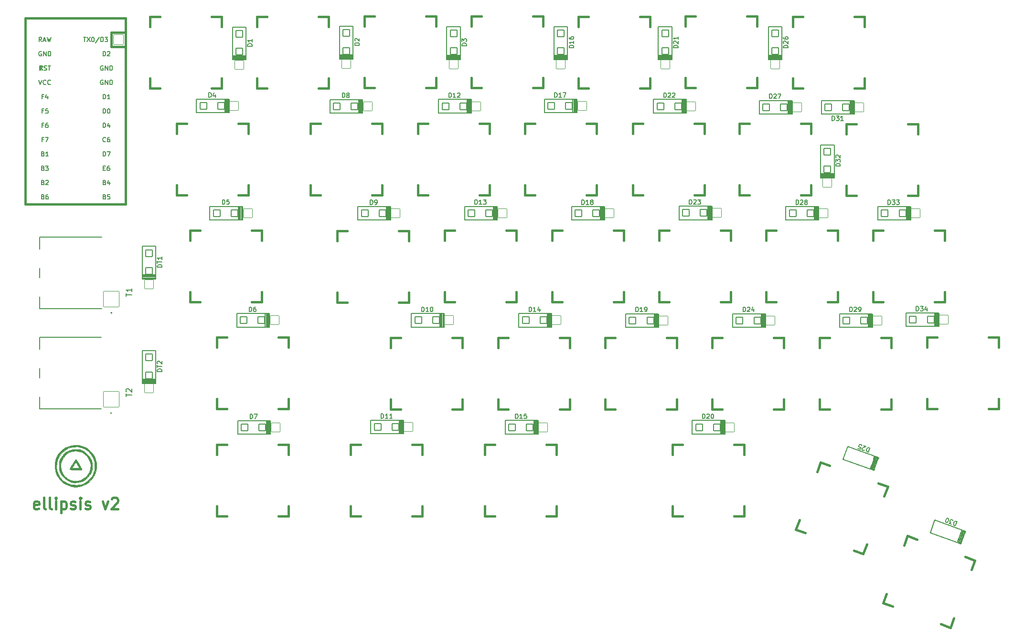
<source format=gto>
G04 #@! TF.GenerationSoftware,KiCad,Pcbnew,(6.0.10-0)*
G04 #@! TF.CreationDate,2022-12-24T00:39:51-08:00*
G04 #@! TF.ProjectId,left,6c656674-2e6b-4696-9361-645f70636258,rev?*
G04 #@! TF.SameCoordinates,Original*
G04 #@! TF.FileFunction,Legend,Top*
G04 #@! TF.FilePolarity,Positive*
%FSLAX46Y46*%
G04 Gerber Fmt 4.6, Leading zero omitted, Abs format (unit mm)*
G04 Created by KiCad (PCBNEW (6.0.10-0)) date 2022-12-24 00:39:51*
%MOMM*%
%LPD*%
G01*
G04 APERTURE LIST*
G04 Aperture macros list*
%AMRoundRect*
0 Rectangle with rounded corners*
0 $1 Rounding radius*
0 $2 $3 $4 $5 $6 $7 $8 $9 X,Y pos of 4 corners*
0 Add a 4 corners polygon primitive as box body*
4,1,4,$2,$3,$4,$5,$6,$7,$8,$9,$2,$3,0*
0 Add four circle primitives for the rounded corners*
1,1,$1+$1,$2,$3*
1,1,$1+$1,$4,$5*
1,1,$1+$1,$6,$7*
1,1,$1+$1,$8,$9*
0 Add four rect primitives between the rounded corners*
20,1,$1+$1,$2,$3,$4,$5,0*
20,1,$1+$1,$4,$5,$6,$7,0*
20,1,$1+$1,$6,$7,$8,$9,0*
20,1,$1+$1,$8,$9,$2,$3,0*%
%AMHorizOval*
0 Thick line with rounded ends*
0 $1 width*
0 $2 $3 position (X,Y) of the first rounded end (center of the circle)*
0 $4 $5 position (X,Y) of the second rounded end (center of the circle)*
0 Add line between two ends*
20,1,$1,$2,$3,$4,$5,0*
0 Add two circle primitives to create the rounded ends*
1,1,$1,$2,$3*
1,1,$1,$4,$5*%
%AMRotRect*
0 Rectangle, with rotation*
0 The origin of the aperture is its center*
0 $1 length*
0 $2 width*
0 $3 Rotation angle, in degrees counterclockwise*
0 Add horizontal line*
21,1,$1,$2,0,0,$3*%
G04 Aperture macros list end*
%ADD10C,0.150000*%
%ADD11C,0.450000*%
%ADD12C,0.381000*%
%ADD13C,0.200000*%
%ADD14C,0.127000*%
%ADD15C,0.010000*%
%ADD16R,1.752600X1.752600*%
%ADD17C,1.752600*%
%ADD18R,1.600000X1.600000*%
%ADD19C,1.600000*%
%ADD20RotRect,1.600000X1.600000X160.000000*%
%ADD21HorizOval,2.500000X-0.604462X-0.948815X0.604462X0.948815X0*%
%ADD22HorizOval,2.500000X-0.019724X-0.289328X0.019724X0.289328X0*%
%ADD23HorizOval,2.500000X0.604462X0.948815X-0.604462X-0.948815X0*%
%ADD24HorizOval,2.500000X0.019724X0.289328X-0.019724X-0.289328X0*%
%ADD25HorizOval,2.500000X-0.892523X-0.684857X0.892523X0.684857X0*%
%ADD26HorizOval,2.500000X-0.117491X-0.265134X0.117491X0.265134X0*%
%ADD27RoundRect,0.051000X-0.876300X0.876300X-0.876300X-0.876300X0.876300X-0.876300X0.876300X0.876300X0*%
%ADD28C,1.854600*%
%ADD29RoundRect,0.051000X0.800000X-0.800000X0.800000X0.800000X-0.800000X0.800000X-0.800000X-0.800000X0*%
%ADD30RoundRect,0.051000X0.600000X-0.600000X0.600000X0.600000X-0.600000X0.600000X-0.600000X-0.600000X0*%
%ADD31C,1.702000*%
%ADD32RoundRect,0.051000X0.600000X0.600000X-0.600000X0.600000X-0.600000X-0.600000X0.600000X-0.600000X0*%
%ADD33RoundRect,0.051000X0.800000X0.800000X-0.800000X0.800000X-0.800000X-0.800000X0.800000X-0.800000X0*%
%ADD34RoundRect,0.051000X0.769028X0.358603X-0.358603X0.769028X-0.769028X-0.358603X0.358603X-0.769028X0*%
%ADD35RoundRect,0.051000X1.025370X0.478138X-0.478138X1.025370X-1.025370X-0.478138X0.478138X-1.025370X0*%
%ADD36HorizOval,2.602000X-0.604462X-0.948815X0.604462X0.948815X0*%
%ADD37HorizOval,2.602000X-0.019724X-0.289328X0.019724X0.289328X0*%
%ADD38HorizOval,2.602000X0.604462X0.948815X-0.604462X-0.948815X0*%
%ADD39HorizOval,2.602000X0.019724X0.289328X-0.019724X-0.289328X0*%
%ADD40HorizOval,2.602000X-0.892523X-0.684857X0.892523X0.684857X0*%
%ADD41HorizOval,2.602000X-0.117491X-0.265134X0.117491X0.265134X0*%
%ADD42RoundRect,0.051000X1.387500X-1.387500X1.387500X1.387500X-1.387500X1.387500X-1.387500X-1.387500X0*%
%ADD43C,2.877000*%
%ADD44C,0.902000*%
%ADD45O,1.702000X2.102000*%
G04 APERTURE END LIST*
D10*
X51908619Y-59819607D02*
X52175285Y-59819607D01*
X52289571Y-60238654D02*
X51908619Y-60238654D01*
X51908619Y-59438654D01*
X52289571Y-59438654D01*
X52975285Y-59438654D02*
X52822904Y-59438654D01*
X52746714Y-59476750D01*
X52708619Y-59514845D01*
X52632428Y-59629130D01*
X52594333Y-59781511D01*
X52594333Y-60086273D01*
X52632428Y-60162464D01*
X52670523Y-60200559D01*
X52746714Y-60238654D01*
X52899095Y-60238654D01*
X52975285Y-60200559D01*
X53013380Y-60162464D01*
X53051476Y-60086273D01*
X53051476Y-59895797D01*
X53013380Y-59819607D01*
X52975285Y-59781511D01*
X52899095Y-59743416D01*
X52746714Y-59743416D01*
X52670523Y-59781511D01*
X52632428Y-59819607D01*
X52594333Y-59895797D01*
X51870523Y-39918654D02*
X51870523Y-39118654D01*
X52061000Y-39118654D01*
X52175285Y-39156750D01*
X52251476Y-39232940D01*
X52289571Y-39309130D01*
X52327666Y-39461511D01*
X52327666Y-39575797D01*
X52289571Y-39728178D01*
X52251476Y-39804369D01*
X52175285Y-39880559D01*
X52061000Y-39918654D01*
X51870523Y-39918654D01*
X52632428Y-39194845D02*
X52670523Y-39156750D01*
X52746714Y-39118654D01*
X52937190Y-39118654D01*
X53013380Y-39156750D01*
X53051476Y-39194845D01*
X53089571Y-39271035D01*
X53089571Y-39347226D01*
X53051476Y-39461511D01*
X52594333Y-39918654D01*
X53089571Y-39918654D01*
X51870523Y-52618654D02*
X51870523Y-51818654D01*
X52061000Y-51818654D01*
X52175285Y-51856750D01*
X52251476Y-51932940D01*
X52289571Y-52009130D01*
X52327666Y-52161511D01*
X52327666Y-52275797D01*
X52289571Y-52428178D01*
X52251476Y-52504369D01*
X52175285Y-52580559D01*
X52061000Y-52618654D01*
X51870523Y-52618654D01*
X53013380Y-52085321D02*
X53013380Y-52618654D01*
X52822904Y-51780559D02*
X52632428Y-52351988D01*
X53127666Y-52351988D01*
X41215190Y-64899607D02*
X41329476Y-64937702D01*
X41367571Y-64975797D01*
X41405666Y-65051988D01*
X41405666Y-65166273D01*
X41367571Y-65242464D01*
X41329476Y-65280559D01*
X41253285Y-65318654D01*
X40948523Y-65318654D01*
X40948523Y-64518654D01*
X41215190Y-64518654D01*
X41291380Y-64556750D01*
X41329476Y-64594845D01*
X41367571Y-64671035D01*
X41367571Y-64747226D01*
X41329476Y-64823416D01*
X41291380Y-64861511D01*
X41215190Y-64899607D01*
X40948523Y-64899607D01*
X42091380Y-64518654D02*
X41939000Y-64518654D01*
X41862809Y-64556750D01*
X41824714Y-64594845D01*
X41748523Y-64709130D01*
X41710428Y-64861511D01*
X41710428Y-65166273D01*
X41748523Y-65242464D01*
X41786619Y-65280559D01*
X41862809Y-65318654D01*
X42015190Y-65318654D01*
X42091380Y-65280559D01*
X42129476Y-65242464D01*
X42167571Y-65166273D01*
X42167571Y-64975797D01*
X42129476Y-64899607D01*
X42091380Y-64861511D01*
X42015190Y-64823416D01*
X41862809Y-64823416D01*
X41786619Y-64861511D01*
X41748523Y-64899607D01*
X41710428Y-64975797D01*
X41215190Y-62359607D02*
X41329476Y-62397702D01*
X41367571Y-62435797D01*
X41405666Y-62511988D01*
X41405666Y-62626273D01*
X41367571Y-62702464D01*
X41329476Y-62740559D01*
X41253285Y-62778654D01*
X40948523Y-62778654D01*
X40948523Y-61978654D01*
X41215190Y-61978654D01*
X41291380Y-62016750D01*
X41329476Y-62054845D01*
X41367571Y-62131035D01*
X41367571Y-62207226D01*
X41329476Y-62283416D01*
X41291380Y-62321511D01*
X41215190Y-62359607D01*
X40948523Y-62359607D01*
X41710428Y-62054845D02*
X41748523Y-62016750D01*
X41824714Y-61978654D01*
X42015190Y-61978654D01*
X42091380Y-62016750D01*
X42129476Y-62054845D01*
X42167571Y-62131035D01*
X42167571Y-62207226D01*
X42129476Y-62321511D01*
X41672333Y-62778654D01*
X42167571Y-62778654D01*
X40986619Y-37378654D02*
X40719952Y-36997702D01*
X40529476Y-37378654D02*
X40529476Y-36578654D01*
X40834238Y-36578654D01*
X40910428Y-36616750D01*
X40948523Y-36654845D01*
X40986619Y-36731035D01*
X40986619Y-36845321D01*
X40948523Y-36921511D01*
X40910428Y-36959607D01*
X40834238Y-36997702D01*
X40529476Y-36997702D01*
X41291380Y-37150083D02*
X41672333Y-37150083D01*
X41215190Y-37378654D02*
X41481857Y-36578654D01*
X41748523Y-37378654D01*
X41939000Y-36578654D02*
X42129476Y-37378654D01*
X42281857Y-36807226D01*
X42434238Y-37378654D01*
X42624714Y-36578654D01*
X41215190Y-59819607D02*
X41329476Y-59857702D01*
X41367571Y-59895797D01*
X41405666Y-59971988D01*
X41405666Y-60086273D01*
X41367571Y-60162464D01*
X41329476Y-60200559D01*
X41253285Y-60238654D01*
X40948523Y-60238654D01*
X40948523Y-59438654D01*
X41215190Y-59438654D01*
X41291380Y-59476750D01*
X41329476Y-59514845D01*
X41367571Y-59591035D01*
X41367571Y-59667226D01*
X41329476Y-59743416D01*
X41291380Y-59781511D01*
X41215190Y-59819607D01*
X40948523Y-59819607D01*
X41672333Y-59438654D02*
X42167571Y-59438654D01*
X41900904Y-59743416D01*
X42015190Y-59743416D01*
X42091380Y-59781511D01*
X42129476Y-59819607D01*
X42167571Y-59895797D01*
X42167571Y-60086273D01*
X42129476Y-60162464D01*
X42091380Y-60200559D01*
X42015190Y-60238654D01*
X41786619Y-60238654D01*
X41710428Y-60200559D01*
X41672333Y-60162464D01*
X40472333Y-44198654D02*
X40739000Y-44998654D01*
X41005666Y-44198654D01*
X41729476Y-44922464D02*
X41691380Y-44960559D01*
X41577095Y-44998654D01*
X41500904Y-44998654D01*
X41386619Y-44960559D01*
X41310428Y-44884369D01*
X41272333Y-44808178D01*
X41234238Y-44655797D01*
X41234238Y-44541511D01*
X41272333Y-44389130D01*
X41310428Y-44312940D01*
X41386619Y-44236750D01*
X41500904Y-44198654D01*
X41577095Y-44198654D01*
X41691380Y-44236750D01*
X41729476Y-44274845D01*
X42529476Y-44922464D02*
X42491380Y-44960559D01*
X42377095Y-44998654D01*
X42300904Y-44998654D01*
X42186619Y-44960559D01*
X42110428Y-44884369D01*
X42072333Y-44808178D01*
X42034238Y-44655797D01*
X42034238Y-44541511D01*
X42072333Y-44389130D01*
X42110428Y-44312940D01*
X42186619Y-44236750D01*
X42300904Y-44198654D01*
X42377095Y-44198654D01*
X42491380Y-44236750D01*
X42529476Y-44274845D01*
X48381395Y-36578654D02*
X48838538Y-36578654D01*
X48609967Y-37378654D02*
X48609967Y-36578654D01*
X49029014Y-36578654D02*
X49562348Y-37378654D01*
X49562348Y-36578654D02*
X49029014Y-37378654D01*
X50019491Y-36578654D02*
X50095681Y-36578654D01*
X50171872Y-36616750D01*
X50209967Y-36654845D01*
X50248062Y-36731035D01*
X50286157Y-36883416D01*
X50286157Y-37073892D01*
X50248062Y-37226273D01*
X50209967Y-37302464D01*
X50171872Y-37340559D01*
X50095681Y-37378654D01*
X50019491Y-37378654D01*
X49943300Y-37340559D01*
X49905205Y-37302464D01*
X49867110Y-37226273D01*
X49829014Y-37073892D01*
X49829014Y-36883416D01*
X49867110Y-36731035D01*
X49905205Y-36654845D01*
X49943300Y-36616750D01*
X50019491Y-36578654D01*
X51200443Y-36540559D02*
X50514729Y-37569130D01*
X51467110Y-37378654D02*
X51467110Y-36578654D01*
X51657586Y-36578654D01*
X51771872Y-36616750D01*
X51848062Y-36692940D01*
X51886157Y-36769130D01*
X51924252Y-36921511D01*
X51924252Y-37035797D01*
X51886157Y-37188178D01*
X51848062Y-37264369D01*
X51771872Y-37340559D01*
X51657586Y-37378654D01*
X51467110Y-37378654D01*
X52190919Y-36578654D02*
X52686157Y-36578654D01*
X52419491Y-36883416D01*
X52533776Y-36883416D01*
X52609967Y-36921511D01*
X52648062Y-36959607D01*
X52686157Y-37035797D01*
X52686157Y-37226273D01*
X52648062Y-37302464D01*
X52609967Y-37340559D01*
X52533776Y-37378654D01*
X52305205Y-37378654D01*
X52229014Y-37340559D01*
X52190919Y-37302464D01*
X41215190Y-57279607D02*
X41329476Y-57317702D01*
X41367571Y-57355797D01*
X41405666Y-57431988D01*
X41405666Y-57546273D01*
X41367571Y-57622464D01*
X41329476Y-57660559D01*
X41253285Y-57698654D01*
X40948523Y-57698654D01*
X40948523Y-56898654D01*
X41215190Y-56898654D01*
X41291380Y-56936750D01*
X41329476Y-56974845D01*
X41367571Y-57051035D01*
X41367571Y-57127226D01*
X41329476Y-57203416D01*
X41291380Y-57241511D01*
X41215190Y-57279607D01*
X40948523Y-57279607D01*
X42167571Y-57698654D02*
X41710428Y-57698654D01*
X41939000Y-57698654D02*
X41939000Y-56898654D01*
X41862809Y-57012940D01*
X41786619Y-57089130D01*
X41710428Y-57127226D01*
X51851476Y-41696750D02*
X51775285Y-41658654D01*
X51661000Y-41658654D01*
X51546714Y-41696750D01*
X51470523Y-41772940D01*
X51432428Y-41849130D01*
X51394333Y-42001511D01*
X51394333Y-42115797D01*
X51432428Y-42268178D01*
X51470523Y-42344369D01*
X51546714Y-42420559D01*
X51661000Y-42458654D01*
X51737190Y-42458654D01*
X51851476Y-42420559D01*
X51889571Y-42382464D01*
X51889571Y-42115797D01*
X51737190Y-42115797D01*
X52232428Y-42458654D02*
X52232428Y-41658654D01*
X52689571Y-42458654D01*
X52689571Y-41658654D01*
X53070523Y-42458654D02*
X53070523Y-41658654D01*
X53261000Y-41658654D01*
X53375285Y-41696750D01*
X53451476Y-41772940D01*
X53489571Y-41849130D01*
X53527666Y-42001511D01*
X53527666Y-42115797D01*
X53489571Y-42268178D01*
X53451476Y-42344369D01*
X53375285Y-42420559D01*
X53261000Y-42458654D01*
X53070523Y-42458654D01*
X40929476Y-39156750D02*
X40853285Y-39118654D01*
X40739000Y-39118654D01*
X40624714Y-39156750D01*
X40548523Y-39232940D01*
X40510428Y-39309130D01*
X40472333Y-39461511D01*
X40472333Y-39575797D01*
X40510428Y-39728178D01*
X40548523Y-39804369D01*
X40624714Y-39880559D01*
X40739000Y-39918654D01*
X40815190Y-39918654D01*
X40929476Y-39880559D01*
X40967571Y-39842464D01*
X40967571Y-39575797D01*
X40815190Y-39575797D01*
X41310428Y-39918654D02*
X41310428Y-39118654D01*
X41767571Y-39918654D01*
X41767571Y-39118654D01*
X42148523Y-39918654D02*
X42148523Y-39118654D01*
X42339000Y-39118654D01*
X42453285Y-39156750D01*
X42529476Y-39232940D01*
X42567571Y-39309130D01*
X42605666Y-39461511D01*
X42605666Y-39575797D01*
X42567571Y-39728178D01*
X42529476Y-39804369D01*
X42453285Y-39880559D01*
X42339000Y-39918654D01*
X42148523Y-39918654D01*
X51870523Y-47538654D02*
X51870523Y-46738654D01*
X52061000Y-46738654D01*
X52175285Y-46776750D01*
X52251476Y-46852940D01*
X52289571Y-46929130D01*
X52327666Y-47081511D01*
X52327666Y-47195797D01*
X52289571Y-47348178D01*
X52251476Y-47424369D01*
X52175285Y-47500559D01*
X52061000Y-47538654D01*
X51870523Y-47538654D01*
X53089571Y-47538654D02*
X52632428Y-47538654D01*
X52861000Y-47538654D02*
X52861000Y-46738654D01*
X52784809Y-46852940D01*
X52708619Y-46929130D01*
X52632428Y-46967226D01*
X51870523Y-50078654D02*
X51870523Y-49278654D01*
X52061000Y-49278654D01*
X52175285Y-49316750D01*
X52251476Y-49392940D01*
X52289571Y-49469130D01*
X52327666Y-49621511D01*
X52327666Y-49735797D01*
X52289571Y-49888178D01*
X52251476Y-49964369D01*
X52175285Y-50040559D01*
X52061000Y-50078654D01*
X51870523Y-50078654D01*
X52822904Y-49278654D02*
X52899095Y-49278654D01*
X52975285Y-49316750D01*
X53013380Y-49354845D01*
X53051476Y-49431035D01*
X53089571Y-49583416D01*
X53089571Y-49773892D01*
X53051476Y-49926273D01*
X53013380Y-50002464D01*
X52975285Y-50040559D01*
X52899095Y-50078654D01*
X52822904Y-50078654D01*
X52746714Y-50040559D01*
X52708619Y-50002464D01*
X52670523Y-49926273D01*
X52632428Y-49773892D01*
X52632428Y-49583416D01*
X52670523Y-49431035D01*
X52708619Y-49354845D01*
X52746714Y-49316750D01*
X52822904Y-49278654D01*
X41426666Y-42400559D02*
X41540952Y-42438654D01*
X41731428Y-42438654D01*
X41807619Y-42400559D01*
X41845714Y-42362464D01*
X41883809Y-42286273D01*
X41883809Y-42210083D01*
X41845714Y-42133892D01*
X41807619Y-42095797D01*
X41731428Y-42057702D01*
X41579047Y-42019607D01*
X41502857Y-41981511D01*
X41464761Y-41943416D01*
X41426666Y-41867226D01*
X41426666Y-41791035D01*
X41464761Y-41714845D01*
X41502857Y-41676750D01*
X41579047Y-41638654D01*
X41769523Y-41638654D01*
X41883809Y-41676750D01*
X42112380Y-41638654D02*
X42569523Y-41638654D01*
X42340952Y-42438654D02*
X42340952Y-41638654D01*
X41272333Y-47119607D02*
X41005666Y-47119607D01*
X41005666Y-47538654D02*
X41005666Y-46738654D01*
X41386619Y-46738654D01*
X42034238Y-47005321D02*
X42034238Y-47538654D01*
X41843761Y-46700559D02*
X41653285Y-47271988D01*
X42148523Y-47271988D01*
X51851476Y-44236750D02*
X51775285Y-44198654D01*
X51661000Y-44198654D01*
X51546714Y-44236750D01*
X51470523Y-44312940D01*
X51432428Y-44389130D01*
X51394333Y-44541511D01*
X51394333Y-44655797D01*
X51432428Y-44808178D01*
X51470523Y-44884369D01*
X51546714Y-44960559D01*
X51661000Y-44998654D01*
X51737190Y-44998654D01*
X51851476Y-44960559D01*
X51889571Y-44922464D01*
X51889571Y-44655797D01*
X51737190Y-44655797D01*
X52232428Y-44998654D02*
X52232428Y-44198654D01*
X52689571Y-44998654D01*
X52689571Y-44198654D01*
X53070523Y-44998654D02*
X53070523Y-44198654D01*
X53261000Y-44198654D01*
X53375285Y-44236750D01*
X53451476Y-44312940D01*
X53489571Y-44389130D01*
X53527666Y-44541511D01*
X53527666Y-44655797D01*
X53489571Y-44808178D01*
X53451476Y-44884369D01*
X53375285Y-44960559D01*
X53261000Y-44998654D01*
X53070523Y-44998654D01*
X52137190Y-64899607D02*
X52251476Y-64937702D01*
X52289571Y-64975797D01*
X52327666Y-65051988D01*
X52327666Y-65166273D01*
X52289571Y-65242464D01*
X52251476Y-65280559D01*
X52175285Y-65318654D01*
X51870523Y-65318654D01*
X51870523Y-64518654D01*
X52137190Y-64518654D01*
X52213380Y-64556750D01*
X52251476Y-64594845D01*
X52289571Y-64671035D01*
X52289571Y-64747226D01*
X52251476Y-64823416D01*
X52213380Y-64861511D01*
X52137190Y-64899607D01*
X51870523Y-64899607D01*
X53051476Y-64518654D02*
X52670523Y-64518654D01*
X52632428Y-64899607D01*
X52670523Y-64861511D01*
X52746714Y-64823416D01*
X52937190Y-64823416D01*
X53013380Y-64861511D01*
X53051476Y-64899607D01*
X53089571Y-64975797D01*
X53089571Y-65166273D01*
X53051476Y-65242464D01*
X53013380Y-65280559D01*
X52937190Y-65318654D01*
X52746714Y-65318654D01*
X52670523Y-65280559D01*
X52632428Y-65242464D01*
X41272333Y-54739607D02*
X41005666Y-54739607D01*
X41005666Y-55158654D02*
X41005666Y-54358654D01*
X41386619Y-54358654D01*
X41615190Y-54358654D02*
X42148523Y-54358654D01*
X41805666Y-55158654D01*
X41272333Y-52199607D02*
X41005666Y-52199607D01*
X41005666Y-52618654D02*
X41005666Y-51818654D01*
X41386619Y-51818654D01*
X42034238Y-51818654D02*
X41881857Y-51818654D01*
X41805666Y-51856750D01*
X41767571Y-51894845D01*
X41691380Y-52009130D01*
X41653285Y-52161511D01*
X41653285Y-52466273D01*
X41691380Y-52542464D01*
X41729476Y-52580559D01*
X41805666Y-52618654D01*
X41958047Y-52618654D01*
X42034238Y-52580559D01*
X42072333Y-52542464D01*
X42110428Y-52466273D01*
X42110428Y-52275797D01*
X42072333Y-52199607D01*
X42034238Y-52161511D01*
X41958047Y-52123416D01*
X41805666Y-52123416D01*
X41729476Y-52161511D01*
X41691380Y-52199607D01*
X41653285Y-52275797D01*
X52137190Y-62359607D02*
X52251476Y-62397702D01*
X52289571Y-62435797D01*
X52327666Y-62511988D01*
X52327666Y-62626273D01*
X52289571Y-62702464D01*
X52251476Y-62740559D01*
X52175285Y-62778654D01*
X51870523Y-62778654D01*
X51870523Y-61978654D01*
X52137190Y-61978654D01*
X52213380Y-62016750D01*
X52251476Y-62054845D01*
X52289571Y-62131035D01*
X52289571Y-62207226D01*
X52251476Y-62283416D01*
X52213380Y-62321511D01*
X52137190Y-62359607D01*
X51870523Y-62359607D01*
X53013380Y-62245321D02*
X53013380Y-62778654D01*
X52822904Y-61940559D02*
X52632428Y-62511988D01*
X53127666Y-62511988D01*
X51870523Y-57698654D02*
X51870523Y-56898654D01*
X52061000Y-56898654D01*
X52175285Y-56936750D01*
X52251476Y-57012940D01*
X52289571Y-57089130D01*
X52327666Y-57241511D01*
X52327666Y-57355797D01*
X52289571Y-57508178D01*
X52251476Y-57584369D01*
X52175285Y-57660559D01*
X52061000Y-57698654D01*
X51870523Y-57698654D01*
X52594333Y-56898654D02*
X53127666Y-56898654D01*
X52784809Y-57698654D01*
X52327666Y-55082464D02*
X52289571Y-55120559D01*
X52175285Y-55158654D01*
X52099095Y-55158654D01*
X51984809Y-55120559D01*
X51908619Y-55044369D01*
X51870523Y-54968178D01*
X51832428Y-54815797D01*
X51832428Y-54701511D01*
X51870523Y-54549130D01*
X51908619Y-54472940D01*
X51984809Y-54396750D01*
X52099095Y-54358654D01*
X52175285Y-54358654D01*
X52289571Y-54396750D01*
X52327666Y-54434845D01*
X53013380Y-54358654D02*
X52861000Y-54358654D01*
X52784809Y-54396750D01*
X52746714Y-54434845D01*
X52670523Y-54549130D01*
X52632428Y-54701511D01*
X52632428Y-55006273D01*
X52670523Y-55082464D01*
X52708619Y-55120559D01*
X52784809Y-55158654D01*
X52937190Y-55158654D01*
X53013380Y-55120559D01*
X53051476Y-55082464D01*
X53089571Y-55006273D01*
X53089571Y-54815797D01*
X53051476Y-54739607D01*
X53013380Y-54701511D01*
X52937190Y-54663416D01*
X52784809Y-54663416D01*
X52708619Y-54701511D01*
X52670523Y-54739607D01*
X52632428Y-54815797D01*
X41272333Y-49659607D02*
X41005666Y-49659607D01*
X41005666Y-50078654D02*
X41005666Y-49278654D01*
X41386619Y-49278654D01*
X42072333Y-49278654D02*
X41691380Y-49278654D01*
X41653285Y-49659607D01*
X41691380Y-49621511D01*
X41767571Y-49583416D01*
X41958047Y-49583416D01*
X42034238Y-49621511D01*
X42072333Y-49659607D01*
X42110428Y-49735797D01*
X42110428Y-49926273D01*
X42072333Y-50002464D01*
X42034238Y-50040559D01*
X41958047Y-50078654D01*
X41767571Y-50078654D01*
X41691380Y-50040559D01*
X41653285Y-50002464D01*
X78286904Y-38165476D02*
X77486904Y-38165476D01*
X77486904Y-37975000D01*
X77525000Y-37860714D01*
X77601190Y-37784523D01*
X77677380Y-37746428D01*
X77829761Y-37708333D01*
X77944047Y-37708333D01*
X78096428Y-37746428D01*
X78172619Y-37784523D01*
X78248809Y-37860714D01*
X78286904Y-37975000D01*
X78286904Y-38165476D01*
X78286904Y-36946428D02*
X78286904Y-37403571D01*
X78286904Y-37175000D02*
X77486904Y-37175000D01*
X77601190Y-37251190D01*
X77677380Y-37327380D01*
X77715476Y-37403571D01*
X97286904Y-38015476D02*
X96486904Y-38015476D01*
X96486904Y-37825000D01*
X96525000Y-37710714D01*
X96601190Y-37634523D01*
X96677380Y-37596428D01*
X96829761Y-37558333D01*
X96944047Y-37558333D01*
X97096428Y-37596428D01*
X97172619Y-37634523D01*
X97248809Y-37710714D01*
X97286904Y-37825000D01*
X97286904Y-38015476D01*
X96563095Y-37253571D02*
X96525000Y-37215476D01*
X96486904Y-37139285D01*
X96486904Y-36948809D01*
X96525000Y-36872619D01*
X96563095Y-36834523D01*
X96639285Y-36796428D01*
X96715476Y-36796428D01*
X96829761Y-36834523D01*
X97286904Y-37291666D01*
X97286904Y-36796428D01*
X116286904Y-38090476D02*
X115486904Y-38090476D01*
X115486904Y-37900000D01*
X115525000Y-37785714D01*
X115601190Y-37709523D01*
X115677380Y-37671428D01*
X115829761Y-37633333D01*
X115944047Y-37633333D01*
X116096428Y-37671428D01*
X116172619Y-37709523D01*
X116248809Y-37785714D01*
X116286904Y-37900000D01*
X116286904Y-38090476D01*
X115486904Y-37366666D02*
X115486904Y-36871428D01*
X115791666Y-37138095D01*
X115791666Y-37023809D01*
X115829761Y-36947619D01*
X115867857Y-36909523D01*
X115944047Y-36871428D01*
X116134523Y-36871428D01*
X116210714Y-36909523D01*
X116248809Y-36947619D01*
X116286904Y-37023809D01*
X116286904Y-37252380D01*
X116248809Y-37328571D01*
X116210714Y-37366666D01*
X70609523Y-47236904D02*
X70609523Y-46436904D01*
X70800000Y-46436904D01*
X70914285Y-46475000D01*
X70990476Y-46551190D01*
X71028571Y-46627380D01*
X71066666Y-46779761D01*
X71066666Y-46894047D01*
X71028571Y-47046428D01*
X70990476Y-47122619D01*
X70914285Y-47198809D01*
X70800000Y-47236904D01*
X70609523Y-47236904D01*
X71752380Y-46703571D02*
X71752380Y-47236904D01*
X71561904Y-46398809D02*
X71371428Y-46970238D01*
X71866666Y-46970238D01*
X73009523Y-66236904D02*
X73009523Y-65436904D01*
X73200000Y-65436904D01*
X73314285Y-65475000D01*
X73390476Y-65551190D01*
X73428571Y-65627380D01*
X73466666Y-65779761D01*
X73466666Y-65894047D01*
X73428571Y-66046428D01*
X73390476Y-66122619D01*
X73314285Y-66198809D01*
X73200000Y-66236904D01*
X73009523Y-66236904D01*
X74190476Y-65436904D02*
X73809523Y-65436904D01*
X73771428Y-65817857D01*
X73809523Y-65779761D01*
X73885714Y-65741666D01*
X74076190Y-65741666D01*
X74152380Y-65779761D01*
X74190476Y-65817857D01*
X74228571Y-65894047D01*
X74228571Y-66084523D01*
X74190476Y-66160714D01*
X74152380Y-66198809D01*
X74076190Y-66236904D01*
X73885714Y-66236904D01*
X73809523Y-66198809D01*
X73771428Y-66160714D01*
X77759523Y-85261904D02*
X77759523Y-84461904D01*
X77950000Y-84461904D01*
X78064285Y-84500000D01*
X78140476Y-84576190D01*
X78178571Y-84652380D01*
X78216666Y-84804761D01*
X78216666Y-84919047D01*
X78178571Y-85071428D01*
X78140476Y-85147619D01*
X78064285Y-85223809D01*
X77950000Y-85261904D01*
X77759523Y-85261904D01*
X78902380Y-84461904D02*
X78750000Y-84461904D01*
X78673809Y-84500000D01*
X78635714Y-84538095D01*
X78559523Y-84652380D01*
X78521428Y-84804761D01*
X78521428Y-85109523D01*
X78559523Y-85185714D01*
X78597619Y-85223809D01*
X78673809Y-85261904D01*
X78826190Y-85261904D01*
X78902380Y-85223809D01*
X78940476Y-85185714D01*
X78978571Y-85109523D01*
X78978571Y-84919047D01*
X78940476Y-84842857D01*
X78902380Y-84804761D01*
X78826190Y-84766666D01*
X78673809Y-84766666D01*
X78597619Y-84804761D01*
X78559523Y-84842857D01*
X78521428Y-84919047D01*
X77934523Y-104286904D02*
X77934523Y-103486904D01*
X78125000Y-103486904D01*
X78239285Y-103525000D01*
X78315476Y-103601190D01*
X78353571Y-103677380D01*
X78391666Y-103829761D01*
X78391666Y-103944047D01*
X78353571Y-104096428D01*
X78315476Y-104172619D01*
X78239285Y-104248809D01*
X78125000Y-104286904D01*
X77934523Y-104286904D01*
X78658333Y-103486904D02*
X79191666Y-103486904D01*
X78848809Y-104286904D01*
X99234523Y-66286904D02*
X99234523Y-65486904D01*
X99425000Y-65486904D01*
X99539285Y-65525000D01*
X99615476Y-65601190D01*
X99653571Y-65677380D01*
X99691666Y-65829761D01*
X99691666Y-65944047D01*
X99653571Y-66096428D01*
X99615476Y-66172619D01*
X99539285Y-66248809D01*
X99425000Y-66286904D01*
X99234523Y-66286904D01*
X100072619Y-66286904D02*
X100225000Y-66286904D01*
X100301190Y-66248809D01*
X100339285Y-66210714D01*
X100415476Y-66096428D01*
X100453571Y-65944047D01*
X100453571Y-65639285D01*
X100415476Y-65563095D01*
X100377380Y-65525000D01*
X100301190Y-65486904D01*
X100148809Y-65486904D01*
X100072619Y-65525000D01*
X100034523Y-65563095D01*
X99996428Y-65639285D01*
X99996428Y-65829761D01*
X100034523Y-65905952D01*
X100072619Y-65944047D01*
X100148809Y-65982142D01*
X100301190Y-65982142D01*
X100377380Y-65944047D01*
X100415476Y-65905952D01*
X100453571Y-65829761D01*
X101153571Y-104211904D02*
X101153571Y-103411904D01*
X101344047Y-103411904D01*
X101458333Y-103450000D01*
X101534523Y-103526190D01*
X101572619Y-103602380D01*
X101610714Y-103754761D01*
X101610714Y-103869047D01*
X101572619Y-104021428D01*
X101534523Y-104097619D01*
X101458333Y-104173809D01*
X101344047Y-104211904D01*
X101153571Y-104211904D01*
X102372619Y-104211904D02*
X101915476Y-104211904D01*
X102144047Y-104211904D02*
X102144047Y-103411904D01*
X102067857Y-103526190D01*
X101991666Y-103602380D01*
X101915476Y-103640476D01*
X103134523Y-104211904D02*
X102677380Y-104211904D01*
X102905952Y-104211904D02*
X102905952Y-103411904D01*
X102829761Y-103526190D01*
X102753571Y-103602380D01*
X102677380Y-103640476D01*
X113153571Y-47261904D02*
X113153571Y-46461904D01*
X113344047Y-46461904D01*
X113458333Y-46500000D01*
X113534523Y-46576190D01*
X113572619Y-46652380D01*
X113610714Y-46804761D01*
X113610714Y-46919047D01*
X113572619Y-47071428D01*
X113534523Y-47147619D01*
X113458333Y-47223809D01*
X113344047Y-47261904D01*
X113153571Y-47261904D01*
X114372619Y-47261904D02*
X113915476Y-47261904D01*
X114144047Y-47261904D02*
X114144047Y-46461904D01*
X114067857Y-46576190D01*
X113991666Y-46652380D01*
X113915476Y-46690476D01*
X114677380Y-46538095D02*
X114715476Y-46500000D01*
X114791666Y-46461904D01*
X114982142Y-46461904D01*
X115058333Y-46500000D01*
X115096428Y-46538095D01*
X115134523Y-46614285D01*
X115134523Y-46690476D01*
X115096428Y-46804761D01*
X114639285Y-47261904D01*
X115134523Y-47261904D01*
X117778571Y-66236904D02*
X117778571Y-65436904D01*
X117969047Y-65436904D01*
X118083333Y-65475000D01*
X118159523Y-65551190D01*
X118197619Y-65627380D01*
X118235714Y-65779761D01*
X118235714Y-65894047D01*
X118197619Y-66046428D01*
X118159523Y-66122619D01*
X118083333Y-66198809D01*
X117969047Y-66236904D01*
X117778571Y-66236904D01*
X118997619Y-66236904D02*
X118540476Y-66236904D01*
X118769047Y-66236904D02*
X118769047Y-65436904D01*
X118692857Y-65551190D01*
X118616666Y-65627380D01*
X118540476Y-65665476D01*
X119264285Y-65436904D02*
X119759523Y-65436904D01*
X119492857Y-65741666D01*
X119607142Y-65741666D01*
X119683333Y-65779761D01*
X119721428Y-65817857D01*
X119759523Y-65894047D01*
X119759523Y-66084523D01*
X119721428Y-66160714D01*
X119683333Y-66198809D01*
X119607142Y-66236904D01*
X119378571Y-66236904D01*
X119302380Y-66198809D01*
X119264285Y-66160714D01*
X127378571Y-85261904D02*
X127378571Y-84461904D01*
X127569047Y-84461904D01*
X127683333Y-84500000D01*
X127759523Y-84576190D01*
X127797619Y-84652380D01*
X127835714Y-84804761D01*
X127835714Y-84919047D01*
X127797619Y-85071428D01*
X127759523Y-85147619D01*
X127683333Y-85223809D01*
X127569047Y-85261904D01*
X127378571Y-85261904D01*
X128597619Y-85261904D02*
X128140476Y-85261904D01*
X128369047Y-85261904D02*
X128369047Y-84461904D01*
X128292857Y-84576190D01*
X128216666Y-84652380D01*
X128140476Y-84690476D01*
X129283333Y-84728571D02*
X129283333Y-85261904D01*
X129092857Y-84423809D02*
X128902380Y-84995238D01*
X129397619Y-84995238D01*
X124978571Y-104236904D02*
X124978571Y-103436904D01*
X125169047Y-103436904D01*
X125283333Y-103475000D01*
X125359523Y-103551190D01*
X125397619Y-103627380D01*
X125435714Y-103779761D01*
X125435714Y-103894047D01*
X125397619Y-104046428D01*
X125359523Y-104122619D01*
X125283333Y-104198809D01*
X125169047Y-104236904D01*
X124978571Y-104236904D01*
X126197619Y-104236904D02*
X125740476Y-104236904D01*
X125969047Y-104236904D02*
X125969047Y-103436904D01*
X125892857Y-103551190D01*
X125816666Y-103627380D01*
X125740476Y-103665476D01*
X126921428Y-103436904D02*
X126540476Y-103436904D01*
X126502380Y-103817857D01*
X126540476Y-103779761D01*
X126616666Y-103741666D01*
X126807142Y-103741666D01*
X126883333Y-103779761D01*
X126921428Y-103817857D01*
X126959523Y-103894047D01*
X126959523Y-104084523D01*
X126921428Y-104160714D01*
X126883333Y-104198809D01*
X126807142Y-104236904D01*
X126616666Y-104236904D01*
X126540476Y-104198809D01*
X126502380Y-104160714D01*
X135286904Y-38471428D02*
X134486904Y-38471428D01*
X134486904Y-38280952D01*
X134525000Y-38166666D01*
X134601190Y-38090476D01*
X134677380Y-38052380D01*
X134829761Y-38014285D01*
X134944047Y-38014285D01*
X135096428Y-38052380D01*
X135172619Y-38090476D01*
X135248809Y-38166666D01*
X135286904Y-38280952D01*
X135286904Y-38471428D01*
X135286904Y-37252380D02*
X135286904Y-37709523D01*
X135286904Y-37480952D02*
X134486904Y-37480952D01*
X134601190Y-37557142D01*
X134677380Y-37633333D01*
X134715476Y-37709523D01*
X134486904Y-36566666D02*
X134486904Y-36719047D01*
X134525000Y-36795238D01*
X134563095Y-36833333D01*
X134677380Y-36909523D01*
X134829761Y-36947619D01*
X135134523Y-36947619D01*
X135210714Y-36909523D01*
X135248809Y-36871428D01*
X135286904Y-36795238D01*
X135286904Y-36642857D01*
X135248809Y-36566666D01*
X135210714Y-36528571D01*
X135134523Y-36490476D01*
X134944047Y-36490476D01*
X134867857Y-36528571D01*
X134829761Y-36566666D01*
X134791666Y-36642857D01*
X134791666Y-36795238D01*
X134829761Y-36871428D01*
X134867857Y-36909523D01*
X134944047Y-36947619D01*
X131903571Y-47236904D02*
X131903571Y-46436904D01*
X132094047Y-46436904D01*
X132208333Y-46475000D01*
X132284523Y-46551190D01*
X132322619Y-46627380D01*
X132360714Y-46779761D01*
X132360714Y-46894047D01*
X132322619Y-47046428D01*
X132284523Y-47122619D01*
X132208333Y-47198809D01*
X132094047Y-47236904D01*
X131903571Y-47236904D01*
X133122619Y-47236904D02*
X132665476Y-47236904D01*
X132894047Y-47236904D02*
X132894047Y-46436904D01*
X132817857Y-46551190D01*
X132741666Y-46627380D01*
X132665476Y-46665476D01*
X133389285Y-46436904D02*
X133922619Y-46436904D01*
X133579761Y-47236904D01*
X136753571Y-66261904D02*
X136753571Y-65461904D01*
X136944047Y-65461904D01*
X137058333Y-65500000D01*
X137134523Y-65576190D01*
X137172619Y-65652380D01*
X137210714Y-65804761D01*
X137210714Y-65919047D01*
X137172619Y-66071428D01*
X137134523Y-66147619D01*
X137058333Y-66223809D01*
X136944047Y-66261904D01*
X136753571Y-66261904D01*
X137972619Y-66261904D02*
X137515476Y-66261904D01*
X137744047Y-66261904D02*
X137744047Y-65461904D01*
X137667857Y-65576190D01*
X137591666Y-65652380D01*
X137515476Y-65690476D01*
X138429761Y-65804761D02*
X138353571Y-65766666D01*
X138315476Y-65728571D01*
X138277380Y-65652380D01*
X138277380Y-65614285D01*
X138315476Y-65538095D01*
X138353571Y-65500000D01*
X138429761Y-65461904D01*
X138582142Y-65461904D01*
X138658333Y-65500000D01*
X138696428Y-65538095D01*
X138734523Y-65614285D01*
X138734523Y-65652380D01*
X138696428Y-65728571D01*
X138658333Y-65766666D01*
X138582142Y-65804761D01*
X138429761Y-65804761D01*
X138353571Y-65842857D01*
X138315476Y-65880952D01*
X138277380Y-65957142D01*
X138277380Y-66109523D01*
X138315476Y-66185714D01*
X138353571Y-66223809D01*
X138429761Y-66261904D01*
X138582142Y-66261904D01*
X138658333Y-66223809D01*
X138696428Y-66185714D01*
X138734523Y-66109523D01*
X138734523Y-65957142D01*
X138696428Y-65880952D01*
X138658333Y-65842857D01*
X138582142Y-65804761D01*
X146328571Y-85286904D02*
X146328571Y-84486904D01*
X146519047Y-84486904D01*
X146633333Y-84525000D01*
X146709523Y-84601190D01*
X146747619Y-84677380D01*
X146785714Y-84829761D01*
X146785714Y-84944047D01*
X146747619Y-85096428D01*
X146709523Y-85172619D01*
X146633333Y-85248809D01*
X146519047Y-85286904D01*
X146328571Y-85286904D01*
X147547619Y-85286904D02*
X147090476Y-85286904D01*
X147319047Y-85286904D02*
X147319047Y-84486904D01*
X147242857Y-84601190D01*
X147166666Y-84677380D01*
X147090476Y-84715476D01*
X147928571Y-85286904D02*
X148080952Y-85286904D01*
X148157142Y-85248809D01*
X148195238Y-85210714D01*
X148271428Y-85096428D01*
X148309523Y-84944047D01*
X148309523Y-84639285D01*
X148271428Y-84563095D01*
X148233333Y-84525000D01*
X148157142Y-84486904D01*
X148004761Y-84486904D01*
X147928571Y-84525000D01*
X147890476Y-84563095D01*
X147852380Y-84639285D01*
X147852380Y-84829761D01*
X147890476Y-84905952D01*
X147928571Y-84944047D01*
X148004761Y-84982142D01*
X148157142Y-84982142D01*
X148233333Y-84944047D01*
X148271428Y-84905952D01*
X148309523Y-84829761D01*
X158128571Y-104236904D02*
X158128571Y-103436904D01*
X158319047Y-103436904D01*
X158433333Y-103475000D01*
X158509523Y-103551190D01*
X158547619Y-103627380D01*
X158585714Y-103779761D01*
X158585714Y-103894047D01*
X158547619Y-104046428D01*
X158509523Y-104122619D01*
X158433333Y-104198809D01*
X158319047Y-104236904D01*
X158128571Y-104236904D01*
X158890476Y-103513095D02*
X158928571Y-103475000D01*
X159004761Y-103436904D01*
X159195238Y-103436904D01*
X159271428Y-103475000D01*
X159309523Y-103513095D01*
X159347619Y-103589285D01*
X159347619Y-103665476D01*
X159309523Y-103779761D01*
X158852380Y-104236904D01*
X159347619Y-104236904D01*
X159842857Y-103436904D02*
X159919047Y-103436904D01*
X159995238Y-103475000D01*
X160033333Y-103513095D01*
X160071428Y-103589285D01*
X160109523Y-103741666D01*
X160109523Y-103932142D01*
X160071428Y-104084523D01*
X160033333Y-104160714D01*
X159995238Y-104198809D01*
X159919047Y-104236904D01*
X159842857Y-104236904D01*
X159766666Y-104198809D01*
X159728571Y-104160714D01*
X159690476Y-104084523D01*
X159652380Y-103932142D01*
X159652380Y-103741666D01*
X159690476Y-103589285D01*
X159728571Y-103513095D01*
X159766666Y-103475000D01*
X159842857Y-103436904D01*
X153786904Y-38471428D02*
X152986904Y-38471428D01*
X152986904Y-38280952D01*
X153025000Y-38166666D01*
X153101190Y-38090476D01*
X153177380Y-38052380D01*
X153329761Y-38014285D01*
X153444047Y-38014285D01*
X153596428Y-38052380D01*
X153672619Y-38090476D01*
X153748809Y-38166666D01*
X153786904Y-38280952D01*
X153786904Y-38471428D01*
X153063095Y-37709523D02*
X153025000Y-37671428D01*
X152986904Y-37595238D01*
X152986904Y-37404761D01*
X153025000Y-37328571D01*
X153063095Y-37290476D01*
X153139285Y-37252380D01*
X153215476Y-37252380D01*
X153329761Y-37290476D01*
X153786904Y-37747619D01*
X153786904Y-37252380D01*
X153786904Y-36490476D02*
X153786904Y-36947619D01*
X153786904Y-36719047D02*
X152986904Y-36719047D01*
X153101190Y-36795238D01*
X153177380Y-36871428D01*
X153215476Y-36947619D01*
X151253571Y-47261904D02*
X151253571Y-46461904D01*
X151444047Y-46461904D01*
X151558333Y-46500000D01*
X151634523Y-46576190D01*
X151672619Y-46652380D01*
X151710714Y-46804761D01*
X151710714Y-46919047D01*
X151672619Y-47071428D01*
X151634523Y-47147619D01*
X151558333Y-47223809D01*
X151444047Y-47261904D01*
X151253571Y-47261904D01*
X152015476Y-46538095D02*
X152053571Y-46500000D01*
X152129761Y-46461904D01*
X152320238Y-46461904D01*
X152396428Y-46500000D01*
X152434523Y-46538095D01*
X152472619Y-46614285D01*
X152472619Y-46690476D01*
X152434523Y-46804761D01*
X151977380Y-47261904D01*
X152472619Y-47261904D01*
X152777380Y-46538095D02*
X152815476Y-46500000D01*
X152891666Y-46461904D01*
X153082142Y-46461904D01*
X153158333Y-46500000D01*
X153196428Y-46538095D01*
X153234523Y-46614285D01*
X153234523Y-46690476D01*
X153196428Y-46804761D01*
X152739285Y-47261904D01*
X153234523Y-47261904D01*
X155803571Y-66211904D02*
X155803571Y-65411904D01*
X155994047Y-65411904D01*
X156108333Y-65450000D01*
X156184523Y-65526190D01*
X156222619Y-65602380D01*
X156260714Y-65754761D01*
X156260714Y-65869047D01*
X156222619Y-66021428D01*
X156184523Y-66097619D01*
X156108333Y-66173809D01*
X155994047Y-66211904D01*
X155803571Y-66211904D01*
X156565476Y-65488095D02*
X156603571Y-65450000D01*
X156679761Y-65411904D01*
X156870238Y-65411904D01*
X156946428Y-65450000D01*
X156984523Y-65488095D01*
X157022619Y-65564285D01*
X157022619Y-65640476D01*
X156984523Y-65754761D01*
X156527380Y-66211904D01*
X157022619Y-66211904D01*
X157289285Y-65411904D02*
X157784523Y-65411904D01*
X157517857Y-65716666D01*
X157632142Y-65716666D01*
X157708333Y-65754761D01*
X157746428Y-65792857D01*
X157784523Y-65869047D01*
X157784523Y-66059523D01*
X157746428Y-66135714D01*
X157708333Y-66173809D01*
X157632142Y-66211904D01*
X157403571Y-66211904D01*
X157327380Y-66173809D01*
X157289285Y-66135714D01*
X165303571Y-85286904D02*
X165303571Y-84486904D01*
X165494047Y-84486904D01*
X165608333Y-84525000D01*
X165684523Y-84601190D01*
X165722619Y-84677380D01*
X165760714Y-84829761D01*
X165760714Y-84944047D01*
X165722619Y-85096428D01*
X165684523Y-85172619D01*
X165608333Y-85248809D01*
X165494047Y-85286904D01*
X165303571Y-85286904D01*
X166065476Y-84563095D02*
X166103571Y-84525000D01*
X166179761Y-84486904D01*
X166370238Y-84486904D01*
X166446428Y-84525000D01*
X166484523Y-84563095D01*
X166522619Y-84639285D01*
X166522619Y-84715476D01*
X166484523Y-84829761D01*
X166027380Y-85286904D01*
X166522619Y-85286904D01*
X167208333Y-84753571D02*
X167208333Y-85286904D01*
X167017857Y-84448809D02*
X166827380Y-85020238D01*
X167322619Y-85020238D01*
X173286904Y-38471428D02*
X172486904Y-38471428D01*
X172486904Y-38280952D01*
X172525000Y-38166666D01*
X172601190Y-38090476D01*
X172677380Y-38052380D01*
X172829761Y-38014285D01*
X172944047Y-38014285D01*
X173096428Y-38052380D01*
X173172619Y-38090476D01*
X173248809Y-38166666D01*
X173286904Y-38280952D01*
X173286904Y-38471428D01*
X172563095Y-37709523D02*
X172525000Y-37671428D01*
X172486904Y-37595238D01*
X172486904Y-37404761D01*
X172525000Y-37328571D01*
X172563095Y-37290476D01*
X172639285Y-37252380D01*
X172715476Y-37252380D01*
X172829761Y-37290476D01*
X173286904Y-37747619D01*
X173286904Y-37252380D01*
X172486904Y-36566666D02*
X172486904Y-36719047D01*
X172525000Y-36795238D01*
X172563095Y-36833333D01*
X172677380Y-36909523D01*
X172829761Y-36947619D01*
X173134523Y-36947619D01*
X173210714Y-36909523D01*
X173248809Y-36871428D01*
X173286904Y-36795238D01*
X173286904Y-36642857D01*
X173248809Y-36566666D01*
X173210714Y-36528571D01*
X173134523Y-36490476D01*
X172944047Y-36490476D01*
X172867857Y-36528571D01*
X172829761Y-36566666D01*
X172791666Y-36642857D01*
X172791666Y-36795238D01*
X172829761Y-36871428D01*
X172867857Y-36909523D01*
X172944047Y-36947619D01*
X170028571Y-47436904D02*
X170028571Y-46636904D01*
X170219047Y-46636904D01*
X170333333Y-46675000D01*
X170409523Y-46751190D01*
X170447619Y-46827380D01*
X170485714Y-46979761D01*
X170485714Y-47094047D01*
X170447619Y-47246428D01*
X170409523Y-47322619D01*
X170333333Y-47398809D01*
X170219047Y-47436904D01*
X170028571Y-47436904D01*
X170790476Y-46713095D02*
X170828571Y-46675000D01*
X170904761Y-46636904D01*
X171095238Y-46636904D01*
X171171428Y-46675000D01*
X171209523Y-46713095D01*
X171247619Y-46789285D01*
X171247619Y-46865476D01*
X171209523Y-46979761D01*
X170752380Y-47436904D01*
X171247619Y-47436904D01*
X171514285Y-46636904D02*
X172047619Y-46636904D01*
X171704761Y-47436904D01*
X174728571Y-66261904D02*
X174728571Y-65461904D01*
X174919047Y-65461904D01*
X175033333Y-65500000D01*
X175109523Y-65576190D01*
X175147619Y-65652380D01*
X175185714Y-65804761D01*
X175185714Y-65919047D01*
X175147619Y-66071428D01*
X175109523Y-66147619D01*
X175033333Y-66223809D01*
X174919047Y-66261904D01*
X174728571Y-66261904D01*
X175490476Y-65538095D02*
X175528571Y-65500000D01*
X175604761Y-65461904D01*
X175795238Y-65461904D01*
X175871428Y-65500000D01*
X175909523Y-65538095D01*
X175947619Y-65614285D01*
X175947619Y-65690476D01*
X175909523Y-65804761D01*
X175452380Y-66261904D01*
X175947619Y-66261904D01*
X176404761Y-65804761D02*
X176328571Y-65766666D01*
X176290476Y-65728571D01*
X176252380Y-65652380D01*
X176252380Y-65614285D01*
X176290476Y-65538095D01*
X176328571Y-65500000D01*
X176404761Y-65461904D01*
X176557142Y-65461904D01*
X176633333Y-65500000D01*
X176671428Y-65538095D01*
X176709523Y-65614285D01*
X176709523Y-65652380D01*
X176671428Y-65728571D01*
X176633333Y-65766666D01*
X176557142Y-65804761D01*
X176404761Y-65804761D01*
X176328571Y-65842857D01*
X176290476Y-65880952D01*
X176252380Y-65957142D01*
X176252380Y-66109523D01*
X176290476Y-66185714D01*
X176328571Y-66223809D01*
X176404761Y-66261904D01*
X176557142Y-66261904D01*
X176633333Y-66223809D01*
X176671428Y-66185714D01*
X176709523Y-66109523D01*
X176709523Y-65957142D01*
X176671428Y-65880952D01*
X176633333Y-65842857D01*
X176557142Y-65804761D01*
X184253571Y-85286904D02*
X184253571Y-84486904D01*
X184444047Y-84486904D01*
X184558333Y-84525000D01*
X184634523Y-84601190D01*
X184672619Y-84677380D01*
X184710714Y-84829761D01*
X184710714Y-84944047D01*
X184672619Y-85096428D01*
X184634523Y-85172619D01*
X184558333Y-85248809D01*
X184444047Y-85286904D01*
X184253571Y-85286904D01*
X185015476Y-84563095D02*
X185053571Y-84525000D01*
X185129761Y-84486904D01*
X185320238Y-84486904D01*
X185396428Y-84525000D01*
X185434523Y-84563095D01*
X185472619Y-84639285D01*
X185472619Y-84715476D01*
X185434523Y-84829761D01*
X184977380Y-85286904D01*
X185472619Y-85286904D01*
X185853571Y-85286904D02*
X186005952Y-85286904D01*
X186082142Y-85248809D01*
X186120238Y-85210714D01*
X186196428Y-85096428D01*
X186234523Y-84944047D01*
X186234523Y-84639285D01*
X186196428Y-84563095D01*
X186158333Y-84525000D01*
X186082142Y-84486904D01*
X185929761Y-84486904D01*
X185853571Y-84525000D01*
X185815476Y-84563095D01*
X185777380Y-84639285D01*
X185777380Y-84829761D01*
X185815476Y-84905952D01*
X185853571Y-84944047D01*
X185929761Y-84982142D01*
X186082142Y-84982142D01*
X186158333Y-84944047D01*
X186196428Y-84905952D01*
X186234523Y-84829761D01*
X203245011Y-122558260D02*
X202971395Y-123310015D01*
X202792406Y-123244868D01*
X202698042Y-123169982D01*
X202652505Y-123072328D01*
X202642766Y-122987703D01*
X202659086Y-122831482D01*
X202698174Y-122724089D01*
X202786089Y-122593927D01*
X202847945Y-122535360D01*
X202945600Y-122489824D01*
X203066022Y-122493114D01*
X203245011Y-122558260D01*
X202291237Y-123062457D02*
X201825865Y-122893076D01*
X202180685Y-122697899D01*
X202073291Y-122658811D01*
X202014725Y-122596954D01*
X201991957Y-122548127D01*
X201982217Y-122463502D01*
X202047364Y-122284513D01*
X202109221Y-122225947D01*
X202158048Y-122203178D01*
X202242673Y-122193439D01*
X202457460Y-122271615D01*
X202516026Y-122333471D01*
X202538794Y-122382299D01*
X201360494Y-122723694D02*
X201288898Y-122697636D01*
X201230332Y-122635779D01*
X201207563Y-122586952D01*
X201197824Y-122502327D01*
X201214144Y-122346106D01*
X201279290Y-122167117D01*
X201367206Y-122036955D01*
X201429062Y-121978389D01*
X201477889Y-121955621D01*
X201562514Y-121945881D01*
X201634110Y-121971940D01*
X201692676Y-122033797D01*
X201715445Y-122082624D01*
X201725184Y-122167249D01*
X201708864Y-122323469D01*
X201643718Y-122502458D01*
X201555802Y-122632620D01*
X201493946Y-122691187D01*
X201445119Y-122713955D01*
X201360494Y-122723694D01*
X181103571Y-51361904D02*
X181103571Y-50561904D01*
X181294047Y-50561904D01*
X181408333Y-50600000D01*
X181484523Y-50676190D01*
X181522619Y-50752380D01*
X181560714Y-50904761D01*
X181560714Y-51019047D01*
X181522619Y-51171428D01*
X181484523Y-51247619D01*
X181408333Y-51323809D01*
X181294047Y-51361904D01*
X181103571Y-51361904D01*
X181827380Y-50561904D02*
X182322619Y-50561904D01*
X182055952Y-50866666D01*
X182170238Y-50866666D01*
X182246428Y-50904761D01*
X182284523Y-50942857D01*
X182322619Y-51019047D01*
X182322619Y-51209523D01*
X182284523Y-51285714D01*
X182246428Y-51323809D01*
X182170238Y-51361904D01*
X181941666Y-51361904D01*
X181865476Y-51323809D01*
X181827380Y-51285714D01*
X183084523Y-51361904D02*
X182627380Y-51361904D01*
X182855952Y-51361904D02*
X182855952Y-50561904D01*
X182779761Y-50676190D01*
X182703571Y-50752380D01*
X182627380Y-50790476D01*
X182566904Y-59471428D02*
X181766904Y-59471428D01*
X181766904Y-59280952D01*
X181805000Y-59166666D01*
X181881190Y-59090476D01*
X181957380Y-59052380D01*
X182109761Y-59014285D01*
X182224047Y-59014285D01*
X182376428Y-59052380D01*
X182452619Y-59090476D01*
X182528809Y-59166666D01*
X182566904Y-59280952D01*
X182566904Y-59471428D01*
X181766904Y-58747619D02*
X181766904Y-58252380D01*
X182071666Y-58519047D01*
X182071666Y-58404761D01*
X182109761Y-58328571D01*
X182147857Y-58290476D01*
X182224047Y-58252380D01*
X182414523Y-58252380D01*
X182490714Y-58290476D01*
X182528809Y-58328571D01*
X182566904Y-58404761D01*
X182566904Y-58633333D01*
X182528809Y-58709523D01*
X182490714Y-58747619D01*
X181843095Y-57947619D02*
X181805000Y-57909523D01*
X181766904Y-57833333D01*
X181766904Y-57642857D01*
X181805000Y-57566666D01*
X181843095Y-57528571D01*
X181919285Y-57490476D01*
X181995476Y-57490476D01*
X182109761Y-57528571D01*
X182566904Y-57985714D01*
X182566904Y-57490476D01*
X191028571Y-66261904D02*
X191028571Y-65461904D01*
X191219047Y-65461904D01*
X191333333Y-65500000D01*
X191409523Y-65576190D01*
X191447619Y-65652380D01*
X191485714Y-65804761D01*
X191485714Y-65919047D01*
X191447619Y-66071428D01*
X191409523Y-66147619D01*
X191333333Y-66223809D01*
X191219047Y-66261904D01*
X191028571Y-66261904D01*
X191752380Y-65461904D02*
X192247619Y-65461904D01*
X191980952Y-65766666D01*
X192095238Y-65766666D01*
X192171428Y-65804761D01*
X192209523Y-65842857D01*
X192247619Y-65919047D01*
X192247619Y-66109523D01*
X192209523Y-66185714D01*
X192171428Y-66223809D01*
X192095238Y-66261904D01*
X191866666Y-66261904D01*
X191790476Y-66223809D01*
X191752380Y-66185714D01*
X192514285Y-65461904D02*
X193009523Y-65461904D01*
X192742857Y-65766666D01*
X192857142Y-65766666D01*
X192933333Y-65804761D01*
X192971428Y-65842857D01*
X193009523Y-65919047D01*
X193009523Y-66109523D01*
X192971428Y-66185714D01*
X192933333Y-66223809D01*
X192857142Y-66261904D01*
X192628571Y-66261904D01*
X192552380Y-66223809D01*
X192514285Y-66185714D01*
X108353571Y-85261904D02*
X108353571Y-84461904D01*
X108544047Y-84461904D01*
X108658333Y-84500000D01*
X108734523Y-84576190D01*
X108772619Y-84652380D01*
X108810714Y-84804761D01*
X108810714Y-84919047D01*
X108772619Y-85071428D01*
X108734523Y-85147619D01*
X108658333Y-85223809D01*
X108544047Y-85261904D01*
X108353571Y-85261904D01*
X109572619Y-85261904D02*
X109115476Y-85261904D01*
X109344047Y-85261904D02*
X109344047Y-84461904D01*
X109267857Y-84576190D01*
X109191666Y-84652380D01*
X109115476Y-84690476D01*
X110067857Y-84461904D02*
X110144047Y-84461904D01*
X110220238Y-84500000D01*
X110258333Y-84538095D01*
X110296428Y-84614285D01*
X110334523Y-84766666D01*
X110334523Y-84957142D01*
X110296428Y-85109523D01*
X110258333Y-85185714D01*
X110220238Y-85223809D01*
X110144047Y-85261904D01*
X110067857Y-85261904D01*
X109991666Y-85223809D01*
X109953571Y-85185714D01*
X109915476Y-85109523D01*
X109877380Y-84957142D01*
X109877380Y-84766666D01*
X109915476Y-84614285D01*
X109953571Y-84538095D01*
X109991666Y-84500000D01*
X110067857Y-84461904D01*
X94284523Y-47286904D02*
X94284523Y-46486904D01*
X94475000Y-46486904D01*
X94589285Y-46525000D01*
X94665476Y-46601190D01*
X94703571Y-46677380D01*
X94741666Y-46829761D01*
X94741666Y-46944047D01*
X94703571Y-47096428D01*
X94665476Y-47172619D01*
X94589285Y-47248809D01*
X94475000Y-47286904D01*
X94284523Y-47286904D01*
X95198809Y-46829761D02*
X95122619Y-46791666D01*
X95084523Y-46753571D01*
X95046428Y-46677380D01*
X95046428Y-46639285D01*
X95084523Y-46563095D01*
X95122619Y-46525000D01*
X95198809Y-46486904D01*
X95351190Y-46486904D01*
X95427380Y-46525000D01*
X95465476Y-46563095D01*
X95503571Y-46639285D01*
X95503571Y-46677380D01*
X95465476Y-46753571D01*
X95427380Y-46791666D01*
X95351190Y-46829761D01*
X95198809Y-46829761D01*
X95122619Y-46867857D01*
X95084523Y-46905952D01*
X95046428Y-46982142D01*
X95046428Y-47134523D01*
X95084523Y-47210714D01*
X95122619Y-47248809D01*
X95198809Y-47286904D01*
X95351190Y-47286904D01*
X95427380Y-47248809D01*
X95465476Y-47210714D01*
X95503571Y-47134523D01*
X95503571Y-46982142D01*
X95465476Y-46905952D01*
X95427380Y-46867857D01*
X95351190Y-46829761D01*
X196028571Y-85161904D02*
X196028571Y-84361904D01*
X196219047Y-84361904D01*
X196333333Y-84400000D01*
X196409523Y-84476190D01*
X196447619Y-84552380D01*
X196485714Y-84704761D01*
X196485714Y-84819047D01*
X196447619Y-84971428D01*
X196409523Y-85047619D01*
X196333333Y-85123809D01*
X196219047Y-85161904D01*
X196028571Y-85161904D01*
X196752380Y-84361904D02*
X197247619Y-84361904D01*
X196980952Y-84666666D01*
X197095238Y-84666666D01*
X197171428Y-84704761D01*
X197209523Y-84742857D01*
X197247619Y-84819047D01*
X197247619Y-85009523D01*
X197209523Y-85085714D01*
X197171428Y-85123809D01*
X197095238Y-85161904D01*
X196866666Y-85161904D01*
X196790476Y-85123809D01*
X196752380Y-85085714D01*
X197933333Y-84628571D02*
X197933333Y-85161904D01*
X197742857Y-84323809D02*
X197552380Y-84895238D01*
X198047619Y-84895238D01*
X187795011Y-109483260D02*
X187521395Y-110235015D01*
X187342406Y-110169868D01*
X187248042Y-110094982D01*
X187202505Y-109997328D01*
X187192766Y-109912703D01*
X187209086Y-109756482D01*
X187248174Y-109649089D01*
X187336089Y-109518927D01*
X187397945Y-109460360D01*
X187495600Y-109414824D01*
X187616022Y-109418114D01*
X187795011Y-109483260D01*
X186831498Y-109902832D02*
X186782671Y-109925601D01*
X186698046Y-109935340D01*
X186519057Y-109870193D01*
X186460490Y-109808337D01*
X186437722Y-109759509D01*
X186427983Y-109674884D01*
X186454041Y-109603289D01*
X186528927Y-109508925D01*
X187114853Y-109235703D01*
X186649481Y-109066322D01*
X185695707Y-109570518D02*
X186053685Y-109700812D01*
X186219776Y-109355863D01*
X186170949Y-109378631D01*
X186086324Y-109388370D01*
X185907335Y-109323224D01*
X185848769Y-109261367D01*
X185826000Y-109212540D01*
X185816261Y-109127915D01*
X185881408Y-108948926D01*
X185943264Y-108890360D01*
X185992091Y-108867591D01*
X186076716Y-108857852D01*
X186255705Y-108922999D01*
X186314272Y-108984855D01*
X186337040Y-109033682D01*
X62286904Y-77395238D02*
X61486904Y-77395238D01*
X61486904Y-77204761D01*
X61525000Y-77090476D01*
X61601190Y-77014285D01*
X61677380Y-76976190D01*
X61829761Y-76938095D01*
X61944047Y-76938095D01*
X62096428Y-76976190D01*
X62172619Y-77014285D01*
X62248809Y-77090476D01*
X62286904Y-77204761D01*
X62286904Y-77395238D01*
X61486904Y-76709523D02*
X61486904Y-76252380D01*
X62286904Y-76480952D02*
X61486904Y-76480952D01*
X62286904Y-75566666D02*
X62286904Y-76023809D01*
X62286904Y-75795238D02*
X61486904Y-75795238D01*
X61601190Y-75871428D01*
X61677380Y-75947619D01*
X61715476Y-76023809D01*
X55977380Y-82589404D02*
X55977380Y-82017976D01*
X56977380Y-82303690D02*
X55977380Y-82303690D01*
X56977380Y-81160833D02*
X56977380Y-81732261D01*
X56977380Y-81446547D02*
X55977380Y-81446547D01*
X56120238Y-81541785D01*
X56215476Y-81637023D01*
X56263095Y-81732261D01*
D11*
X40430952Y-120219523D02*
X40240476Y-120314761D01*
X39859523Y-120314761D01*
X39669047Y-120219523D01*
X39573809Y-120029047D01*
X39573809Y-119267142D01*
X39669047Y-119076666D01*
X39859523Y-118981428D01*
X40240476Y-118981428D01*
X40430952Y-119076666D01*
X40526190Y-119267142D01*
X40526190Y-119457619D01*
X39573809Y-119648095D01*
X41669047Y-120314761D02*
X41478571Y-120219523D01*
X41383333Y-120029047D01*
X41383333Y-118314761D01*
X42716666Y-120314761D02*
X42526190Y-120219523D01*
X42430952Y-120029047D01*
X42430952Y-118314761D01*
X43478571Y-120314761D02*
X43478571Y-118981428D01*
X43478571Y-118314761D02*
X43383333Y-118410000D01*
X43478571Y-118505238D01*
X43573809Y-118410000D01*
X43478571Y-118314761D01*
X43478571Y-118505238D01*
X44430952Y-118981428D02*
X44430952Y-120981428D01*
X44430952Y-119076666D02*
X44621428Y-118981428D01*
X45002380Y-118981428D01*
X45192857Y-119076666D01*
X45288095Y-119171904D01*
X45383333Y-119362380D01*
X45383333Y-119933809D01*
X45288095Y-120124285D01*
X45192857Y-120219523D01*
X45002380Y-120314761D01*
X44621428Y-120314761D01*
X44430952Y-120219523D01*
X46145238Y-120219523D02*
X46335714Y-120314761D01*
X46716666Y-120314761D01*
X46907142Y-120219523D01*
X47002380Y-120029047D01*
X47002380Y-119933809D01*
X46907142Y-119743333D01*
X46716666Y-119648095D01*
X46430952Y-119648095D01*
X46240476Y-119552857D01*
X46145238Y-119362380D01*
X46145238Y-119267142D01*
X46240476Y-119076666D01*
X46430952Y-118981428D01*
X46716666Y-118981428D01*
X46907142Y-119076666D01*
X47859523Y-120314761D02*
X47859523Y-118981428D01*
X47859523Y-118314761D02*
X47764285Y-118410000D01*
X47859523Y-118505238D01*
X47954761Y-118410000D01*
X47859523Y-118314761D01*
X47859523Y-118505238D01*
X48716666Y-120219523D02*
X48907142Y-120314761D01*
X49288095Y-120314761D01*
X49478571Y-120219523D01*
X49573809Y-120029047D01*
X49573809Y-119933809D01*
X49478571Y-119743333D01*
X49288095Y-119648095D01*
X49002380Y-119648095D01*
X48811904Y-119552857D01*
X48716666Y-119362380D01*
X48716666Y-119267142D01*
X48811904Y-119076666D01*
X49002380Y-118981428D01*
X49288095Y-118981428D01*
X49478571Y-119076666D01*
X51764285Y-118981428D02*
X52240476Y-120314761D01*
X52716666Y-118981428D01*
X53383333Y-118505238D02*
X53478571Y-118410000D01*
X53669047Y-118314761D01*
X54145238Y-118314761D01*
X54335714Y-118410000D01*
X54430952Y-118505238D01*
X54526190Y-118695714D01*
X54526190Y-118886190D01*
X54430952Y-119171904D01*
X53288095Y-120314761D01*
X54526190Y-120314761D01*
D10*
X62286904Y-95895238D02*
X61486904Y-95895238D01*
X61486904Y-95704761D01*
X61525000Y-95590476D01*
X61601190Y-95514285D01*
X61677380Y-95476190D01*
X61829761Y-95438095D01*
X61944047Y-95438095D01*
X62096428Y-95476190D01*
X62172619Y-95514285D01*
X62248809Y-95590476D01*
X62286904Y-95704761D01*
X62286904Y-95895238D01*
X61486904Y-95209523D02*
X61486904Y-94752380D01*
X62286904Y-94980952D02*
X61486904Y-94980952D01*
X61563095Y-94523809D02*
X61525000Y-94485714D01*
X61486904Y-94409523D01*
X61486904Y-94219047D01*
X61525000Y-94142857D01*
X61563095Y-94104761D01*
X61639285Y-94066666D01*
X61715476Y-94066666D01*
X61829761Y-94104761D01*
X62286904Y-94561904D01*
X62286904Y-94066666D01*
X55923630Y-100369404D02*
X55923630Y-99797976D01*
X56923630Y-100083690D02*
X55923630Y-100083690D01*
X56018869Y-99512261D02*
X55971250Y-99464642D01*
X55923630Y-99369404D01*
X55923630Y-99131309D01*
X55971250Y-99036071D01*
X56018869Y-98988452D01*
X56114107Y-98940833D01*
X56209345Y-98940833D01*
X56352202Y-98988452D01*
X56923630Y-99559880D01*
X56923630Y-98940833D01*
D12*
X55890000Y-66226750D02*
X38110000Y-66226750D01*
X38110000Y-66226750D02*
X38110000Y-33206750D01*
X53350000Y-35746750D02*
X53350000Y-38286750D01*
X53350000Y-38286750D02*
X55890000Y-38286750D01*
X38110000Y-33206750D02*
X55890000Y-33206750D01*
X55890000Y-33206750D02*
X55890000Y-66226750D01*
X53350000Y-35746750D02*
X55890000Y-35746750D01*
G36*
X41155365Y-42435780D02*
G01*
X41055365Y-42435780D01*
X41055365Y-42235780D01*
X41155365Y-42235780D01*
X41155365Y-42435780D01*
G37*
D10*
X41155365Y-42435780D02*
X41055365Y-42435780D01*
X41055365Y-42235780D01*
X41155365Y-42235780D01*
X41155365Y-42435780D01*
G36*
X41155365Y-41735780D02*
G01*
X40655365Y-41735780D01*
X40655365Y-41635780D01*
X41155365Y-41635780D01*
X41155365Y-41735780D01*
G37*
X41155365Y-41735780D02*
X40655365Y-41735780D01*
X40655365Y-41635780D01*
X41155365Y-41635780D01*
X41155365Y-41735780D01*
G36*
X40955365Y-42135780D02*
G01*
X40855365Y-42135780D01*
X40855365Y-42035780D01*
X40955365Y-42035780D01*
X40955365Y-42135780D01*
G37*
X40955365Y-42135780D02*
X40855365Y-42135780D01*
X40855365Y-42035780D01*
X40955365Y-42035780D01*
X40955365Y-42135780D01*
G36*
X41155365Y-41935780D02*
G01*
X41055365Y-41935780D01*
X41055365Y-41635780D01*
X41155365Y-41635780D01*
X41155365Y-41935780D01*
G37*
X41155365Y-41935780D02*
X41055365Y-41935780D01*
X41055365Y-41635780D01*
X41155365Y-41635780D01*
X41155365Y-41935780D01*
G36*
X40755365Y-42435780D02*
G01*
X40655365Y-42435780D01*
X40655365Y-41635780D01*
X40755365Y-41635780D01*
X40755365Y-42435780D01*
G37*
X40755365Y-42435780D02*
X40655365Y-42435780D01*
X40655365Y-41635780D01*
X40755365Y-41635780D01*
X40755365Y-42435780D01*
D13*
X74800000Y-40025000D02*
X77200000Y-40025000D01*
X74800000Y-40200000D02*
X77200000Y-40200000D01*
X74800000Y-40575000D02*
X74800000Y-34775000D01*
X74800000Y-39850000D02*
X77200000Y-39850000D01*
X77200000Y-34775000D02*
X77200000Y-40575000D01*
X74800000Y-34775000D02*
X77200000Y-34775000D01*
X74800000Y-40500000D02*
X77200000Y-40500000D01*
X74800000Y-40375000D02*
X77200000Y-40375000D01*
X77200000Y-40600000D02*
X74800000Y-40600000D01*
X93800000Y-40425000D02*
X93800000Y-34625000D01*
X93800000Y-34625000D02*
X96200000Y-34625000D01*
X96200000Y-34625000D02*
X96200000Y-40425000D01*
X93800000Y-40350000D02*
X96200000Y-40350000D01*
X93800000Y-39875000D02*
X96200000Y-39875000D01*
X96200000Y-40450000D02*
X93800000Y-40450000D01*
X93800000Y-40050000D02*
X96200000Y-40050000D01*
X93800000Y-40225000D02*
X96200000Y-40225000D01*
X93800000Y-39700000D02*
X96200000Y-39700000D01*
X112800000Y-34700000D02*
X115200000Y-34700000D01*
X115200000Y-34700000D02*
X115200000Y-40500000D01*
X115200000Y-40525000D02*
X112800000Y-40525000D01*
X112800000Y-40425000D02*
X115200000Y-40425000D01*
X112800000Y-39775000D02*
X115200000Y-39775000D01*
X112800000Y-40300000D02*
X115200000Y-40300000D01*
X112800000Y-40125000D02*
X115200000Y-40125000D01*
X112800000Y-39950000D02*
X115200000Y-39950000D01*
X112800000Y-40500000D02*
X112800000Y-34700000D01*
X68400000Y-50000000D02*
X68400000Y-47600000D01*
X73475000Y-50000000D02*
X73475000Y-47600000D01*
X68400000Y-47600000D02*
X74200000Y-47600000D01*
X73650000Y-50000000D02*
X73650000Y-47600000D01*
X74200000Y-50000000D02*
X68400000Y-50000000D01*
X74000000Y-50000000D02*
X74000000Y-47600000D01*
X74125000Y-50000000D02*
X74125000Y-47600000D01*
X74225000Y-47600000D02*
X74225000Y-50000000D01*
X73825000Y-50000000D02*
X73825000Y-47600000D01*
X76400000Y-69000000D02*
X76400000Y-66600000D01*
X76050000Y-69000000D02*
X76050000Y-66600000D01*
X70800000Y-69000000D02*
X70800000Y-66600000D01*
X76225000Y-69000000D02*
X76225000Y-66600000D01*
X75875000Y-69000000D02*
X75875000Y-66600000D01*
X76625000Y-66600000D02*
X76625000Y-69000000D01*
X70800000Y-66600000D02*
X76600000Y-66600000D01*
X76600000Y-69000000D02*
X70800000Y-69000000D01*
X76525000Y-69000000D02*
X76525000Y-66600000D01*
X81150000Y-88025000D02*
X81150000Y-85625000D01*
X81375000Y-85625000D02*
X81375000Y-88025000D01*
X75550000Y-88025000D02*
X75550000Y-85625000D01*
X80625000Y-88025000D02*
X80625000Y-85625000D01*
X75550000Y-85625000D02*
X81350000Y-85625000D01*
X81350000Y-88025000D02*
X75550000Y-88025000D01*
X80975000Y-88025000D02*
X80975000Y-85625000D01*
X81275000Y-88025000D02*
X81275000Y-85625000D01*
X80800000Y-88025000D02*
X80800000Y-85625000D01*
X81450000Y-107050000D02*
X81450000Y-104650000D01*
X75725000Y-107050000D02*
X75725000Y-104650000D01*
X80975000Y-107050000D02*
X80975000Y-104650000D01*
X81325000Y-107050000D02*
X81325000Y-104650000D01*
X80800000Y-107050000D02*
X80800000Y-104650000D01*
X75725000Y-104650000D02*
X81525000Y-104650000D01*
X81550000Y-104650000D02*
X81550000Y-107050000D01*
X81525000Y-107050000D02*
X75725000Y-107050000D01*
X81150000Y-107050000D02*
X81150000Y-104650000D01*
X97025000Y-69050000D02*
X97025000Y-66650000D01*
X102450000Y-69050000D02*
X102450000Y-66650000D01*
X102625000Y-69050000D02*
X102625000Y-66650000D01*
X102275000Y-69050000D02*
X102275000Y-66650000D01*
X97025000Y-66650000D02*
X102825000Y-66650000D01*
X102100000Y-69050000D02*
X102100000Y-66650000D01*
X102850000Y-66650000D02*
X102850000Y-69050000D01*
X102750000Y-69050000D02*
X102750000Y-66650000D01*
X102825000Y-69050000D02*
X97025000Y-69050000D01*
X105150000Y-104575000D02*
X105150000Y-106975000D01*
X104400000Y-106975000D02*
X104400000Y-104575000D01*
X105050000Y-106975000D02*
X105050000Y-104575000D01*
X105125000Y-106975000D02*
X99325000Y-106975000D01*
X99325000Y-104575000D02*
X105125000Y-104575000D01*
X104925000Y-106975000D02*
X104925000Y-104575000D01*
X99325000Y-106975000D02*
X99325000Y-104575000D01*
X104750000Y-106975000D02*
X104750000Y-104575000D01*
X104575000Y-106975000D02*
X104575000Y-104575000D01*
X111325000Y-50025000D02*
X111325000Y-47625000D01*
X117050000Y-50025000D02*
X117050000Y-47625000D01*
X116575000Y-50025000D02*
X116575000Y-47625000D01*
X117125000Y-50025000D02*
X111325000Y-50025000D01*
X116750000Y-50025000D02*
X116750000Y-47625000D01*
X116400000Y-50025000D02*
X116400000Y-47625000D01*
X117150000Y-47625000D02*
X117150000Y-50025000D01*
X111325000Y-47625000D02*
X117125000Y-47625000D01*
X116925000Y-50025000D02*
X116925000Y-47625000D01*
X121750000Y-69000000D02*
X115950000Y-69000000D01*
X121200000Y-69000000D02*
X121200000Y-66600000D01*
X121550000Y-69000000D02*
X121550000Y-66600000D01*
X121775000Y-66600000D02*
X121775000Y-69000000D01*
X121375000Y-69000000D02*
X121375000Y-66600000D01*
X115950000Y-69000000D02*
X115950000Y-66600000D01*
X121025000Y-69000000D02*
X121025000Y-66600000D01*
X115950000Y-66600000D02*
X121750000Y-66600000D01*
X121675000Y-69000000D02*
X121675000Y-66600000D01*
X130975000Y-88025000D02*
X130975000Y-85625000D01*
X131150000Y-88025000D02*
X131150000Y-85625000D01*
X125550000Y-88025000D02*
X125550000Y-85625000D01*
X131275000Y-88025000D02*
X131275000Y-85625000D01*
X130625000Y-88025000D02*
X130625000Y-85625000D01*
X130800000Y-88025000D02*
X130800000Y-85625000D01*
X131375000Y-85625000D02*
X131375000Y-88025000D01*
X125550000Y-85625000D02*
X131350000Y-85625000D01*
X131350000Y-88025000D02*
X125550000Y-88025000D01*
X128575000Y-107000000D02*
X128575000Y-104600000D01*
X128225000Y-107000000D02*
X128225000Y-104600000D01*
X128875000Y-107000000D02*
X128875000Y-104600000D01*
X128950000Y-107000000D02*
X123150000Y-107000000D01*
X123150000Y-107000000D02*
X123150000Y-104600000D01*
X123150000Y-104600000D02*
X128950000Y-104600000D01*
X128750000Y-107000000D02*
X128750000Y-104600000D01*
X128975000Y-104600000D02*
X128975000Y-107000000D01*
X128400000Y-107000000D02*
X128400000Y-104600000D01*
X131800000Y-39950000D02*
X134200000Y-39950000D01*
X131800000Y-39775000D02*
X134200000Y-39775000D01*
X134200000Y-34700000D02*
X134200000Y-40500000D01*
X131800000Y-40300000D02*
X134200000Y-40300000D01*
X131800000Y-40425000D02*
X134200000Y-40425000D01*
X131800000Y-34700000D02*
X134200000Y-34700000D01*
X134200000Y-40525000D02*
X131800000Y-40525000D01*
X131800000Y-40125000D02*
X134200000Y-40125000D01*
X131800000Y-40500000D02*
X131800000Y-34700000D01*
X135800000Y-50000000D02*
X135800000Y-47600000D01*
X135675000Y-50000000D02*
X135675000Y-47600000D01*
X135900000Y-47600000D02*
X135900000Y-50000000D01*
X135325000Y-50000000D02*
X135325000Y-47600000D01*
X135500000Y-50000000D02*
X135500000Y-47600000D01*
X130075000Y-50000000D02*
X130075000Y-47600000D01*
X130075000Y-47600000D02*
X135875000Y-47600000D01*
X135150000Y-50000000D02*
X135150000Y-47600000D01*
X135875000Y-50000000D02*
X130075000Y-50000000D01*
X134925000Y-69025000D02*
X134925000Y-66625000D01*
X140000000Y-69025000D02*
X140000000Y-66625000D01*
X140650000Y-69025000D02*
X140650000Y-66625000D01*
X140350000Y-69025000D02*
X140350000Y-66625000D01*
X140725000Y-69025000D02*
X134925000Y-69025000D01*
X140525000Y-69025000D02*
X140525000Y-66625000D01*
X140175000Y-69025000D02*
X140175000Y-66625000D01*
X140750000Y-66625000D02*
X140750000Y-69025000D01*
X134925000Y-66625000D02*
X140725000Y-66625000D01*
X144500000Y-85650000D02*
X150300000Y-85650000D01*
X149750000Y-88050000D02*
X149750000Y-85650000D01*
X149925000Y-88050000D02*
X149925000Y-85650000D01*
X150300000Y-88050000D02*
X144500000Y-88050000D01*
X150100000Y-88050000D02*
X150100000Y-85650000D01*
X150225000Y-88050000D02*
X150225000Y-85650000D01*
X149575000Y-88050000D02*
X149575000Y-85650000D01*
X150325000Y-85650000D02*
X150325000Y-88050000D01*
X144500000Y-88050000D02*
X144500000Y-85650000D01*
X162100000Y-107000000D02*
X156300000Y-107000000D01*
X161375000Y-107000000D02*
X161375000Y-104600000D01*
X156300000Y-107000000D02*
X156300000Y-104600000D01*
X161725000Y-107000000D02*
X161725000Y-104600000D01*
X161900000Y-107000000D02*
X161900000Y-104600000D01*
X156300000Y-104600000D02*
X162100000Y-104600000D01*
X162125000Y-104600000D02*
X162125000Y-107000000D01*
X161550000Y-107000000D02*
X161550000Y-104600000D01*
X162025000Y-107000000D02*
X162025000Y-104600000D01*
X150300000Y-40500000D02*
X150300000Y-34700000D01*
X150300000Y-40300000D02*
X152700000Y-40300000D01*
X152700000Y-34700000D02*
X152700000Y-40500000D01*
X152700000Y-40525000D02*
X150300000Y-40525000D01*
X150300000Y-39775000D02*
X152700000Y-39775000D01*
X150300000Y-34700000D02*
X152700000Y-34700000D01*
X150300000Y-40425000D02*
X152700000Y-40425000D01*
X150300000Y-40125000D02*
X152700000Y-40125000D01*
X150300000Y-39950000D02*
X152700000Y-39950000D01*
X154850000Y-50025000D02*
X154850000Y-47625000D01*
X149425000Y-50025000D02*
X149425000Y-47625000D01*
X155025000Y-50025000D02*
X155025000Y-47625000D01*
X155250000Y-47625000D02*
X155250000Y-50025000D01*
X149425000Y-47625000D02*
X155225000Y-47625000D01*
X154675000Y-50025000D02*
X154675000Y-47625000D01*
X155150000Y-50025000D02*
X155150000Y-47625000D01*
X155225000Y-50025000D02*
X149425000Y-50025000D01*
X154500000Y-50025000D02*
X154500000Y-47625000D01*
X159800000Y-66575000D02*
X159800000Y-68975000D01*
X159225000Y-68975000D02*
X159225000Y-66575000D01*
X153975000Y-68975000D02*
X153975000Y-66575000D01*
X159050000Y-68975000D02*
X159050000Y-66575000D01*
X159400000Y-68975000D02*
X159400000Y-66575000D01*
X159700000Y-68975000D02*
X159700000Y-66575000D01*
X153975000Y-66575000D02*
X159775000Y-66575000D01*
X159575000Y-68975000D02*
X159575000Y-66575000D01*
X159775000Y-68975000D02*
X153975000Y-68975000D01*
X168900000Y-88050000D02*
X168900000Y-85650000D01*
X169075000Y-88050000D02*
X169075000Y-85650000D01*
X168550000Y-88050000D02*
X168550000Y-85650000D01*
X169275000Y-88050000D02*
X163475000Y-88050000D01*
X168725000Y-88050000D02*
X168725000Y-85650000D01*
X169200000Y-88050000D02*
X169200000Y-85650000D01*
X163475000Y-88050000D02*
X163475000Y-85650000D01*
X163475000Y-85650000D02*
X169275000Y-85650000D01*
X169300000Y-85650000D02*
X169300000Y-88050000D01*
X169800000Y-40500000D02*
X169800000Y-34700000D01*
X169800000Y-40125000D02*
X172200000Y-40125000D01*
X169800000Y-40425000D02*
X172200000Y-40425000D01*
X172200000Y-34700000D02*
X172200000Y-40500000D01*
X172200000Y-40525000D02*
X169800000Y-40525000D01*
X169800000Y-39775000D02*
X172200000Y-39775000D01*
X169800000Y-40300000D02*
X172200000Y-40300000D01*
X169800000Y-39950000D02*
X172200000Y-39950000D01*
X169800000Y-34700000D02*
X172200000Y-34700000D01*
X173275000Y-50200000D02*
X173275000Y-47800000D01*
X173450000Y-50200000D02*
X173450000Y-47800000D01*
X168200000Y-50200000D02*
X168200000Y-47800000D01*
X174025000Y-47800000D02*
X174025000Y-50200000D01*
X174000000Y-50200000D02*
X168200000Y-50200000D01*
X173625000Y-50200000D02*
X173625000Y-47800000D01*
X168200000Y-47800000D02*
X174000000Y-47800000D01*
X173925000Y-50200000D02*
X173925000Y-47800000D01*
X173800000Y-50200000D02*
X173800000Y-47800000D01*
X172900000Y-66625000D02*
X178700000Y-66625000D01*
X177975000Y-69025000D02*
X177975000Y-66625000D01*
X172900000Y-69025000D02*
X172900000Y-66625000D01*
X178325000Y-69025000D02*
X178325000Y-66625000D01*
X178625000Y-69025000D02*
X178625000Y-66625000D01*
X178725000Y-66625000D02*
X178725000Y-69025000D01*
X178150000Y-69025000D02*
X178150000Y-66625000D01*
X178500000Y-69025000D02*
X178500000Y-66625000D01*
X178700000Y-69025000D02*
X172900000Y-69025000D01*
X187850000Y-88050000D02*
X187850000Y-85650000D01*
X187500000Y-88050000D02*
X187500000Y-85650000D01*
X188025000Y-88050000D02*
X188025000Y-85650000D01*
X187675000Y-88050000D02*
X187675000Y-85650000D01*
X188225000Y-88050000D02*
X182425000Y-88050000D01*
X188250000Y-85650000D02*
X188250000Y-88050000D01*
X182425000Y-85650000D02*
X188225000Y-85650000D01*
X182425000Y-88050000D02*
X182425000Y-85650000D01*
X188150000Y-88050000D02*
X188150000Y-85650000D01*
X203441823Y-126340580D02*
X204262671Y-124085318D01*
X204802994Y-124281980D02*
X203982146Y-126537242D01*
X203958654Y-126528692D02*
X198508436Y-124544975D01*
X203888177Y-126503040D02*
X204709025Y-124247778D01*
X203606269Y-126400434D02*
X204427117Y-124145172D01*
X203277377Y-126280727D02*
X204098225Y-124025465D01*
X199329285Y-122289712D02*
X204779502Y-124273429D01*
X203770715Y-126460288D02*
X204591564Y-124205025D01*
X198508436Y-124544975D02*
X199329285Y-122289712D01*
X185025000Y-47800000D02*
X185025000Y-50200000D01*
X184625000Y-50200000D02*
X184625000Y-47800000D01*
X184925000Y-50200000D02*
X184925000Y-47800000D01*
X185000000Y-50200000D02*
X179200000Y-50200000D01*
X184450000Y-50200000D02*
X184450000Y-47800000D01*
X184800000Y-50200000D02*
X184800000Y-47800000D01*
X179200000Y-50200000D02*
X179200000Y-47800000D01*
X179200000Y-47800000D02*
X185000000Y-47800000D01*
X184275000Y-50200000D02*
X184275000Y-47800000D01*
X179080000Y-61500000D02*
X179080000Y-55700000D01*
X181480000Y-55700000D02*
X181480000Y-61500000D01*
X179080000Y-55700000D02*
X181480000Y-55700000D01*
X179080000Y-60950000D02*
X181480000Y-60950000D01*
X181480000Y-61525000D02*
X179080000Y-61525000D01*
X179080000Y-61425000D02*
X181480000Y-61425000D01*
X179080000Y-61300000D02*
X181480000Y-61300000D01*
X179080000Y-61125000D02*
X181480000Y-61125000D01*
X179080000Y-60775000D02*
X181480000Y-60775000D01*
X189200000Y-66625000D02*
X195000000Y-66625000D01*
X194925000Y-69025000D02*
X194925000Y-66625000D01*
X195000000Y-69025000D02*
X189200000Y-69025000D01*
X194450000Y-69025000D02*
X194450000Y-66625000D01*
X189200000Y-69025000D02*
X189200000Y-66625000D01*
X194275000Y-69025000D02*
X194275000Y-66625000D01*
X194625000Y-69025000D02*
X194625000Y-66625000D01*
X195025000Y-66625000D02*
X195025000Y-69025000D01*
X194800000Y-69025000D02*
X194800000Y-66625000D01*
D12*
X72875000Y-45600000D02*
X71097000Y-45600000D01*
X60175000Y-32900000D02*
X61953000Y-32900000D01*
X60175000Y-34678000D02*
X60175000Y-32900000D01*
X72875000Y-32900000D02*
X72875000Y-34678000D01*
X72875000Y-43822000D02*
X72875000Y-45600000D01*
X61953000Y-45600000D02*
X60175000Y-45600000D01*
X71097000Y-32900000D02*
X72875000Y-32900000D01*
X60175000Y-45600000D02*
X60175000Y-43822000D01*
X91850000Y-32900000D02*
X91850000Y-34678000D01*
X90072000Y-32900000D02*
X91850000Y-32900000D01*
X79150000Y-32900000D02*
X80928000Y-32900000D01*
X80928000Y-45600000D02*
X79150000Y-45600000D01*
X91850000Y-43822000D02*
X91850000Y-45600000D01*
X91850000Y-45600000D02*
X90072000Y-45600000D01*
X79150000Y-34678000D02*
X79150000Y-32900000D01*
X79150000Y-45600000D02*
X79150000Y-43822000D01*
X110875000Y-45575000D02*
X109097000Y-45575000D01*
X99953000Y-45575000D02*
X98175000Y-45575000D01*
X98175000Y-34653000D02*
X98175000Y-32875000D01*
X98175000Y-32875000D02*
X99953000Y-32875000D01*
X98175000Y-45575000D02*
X98175000Y-43797000D01*
X110875000Y-43797000D02*
X110875000Y-45575000D01*
X110875000Y-32875000D02*
X110875000Y-34653000D01*
X109097000Y-32875000D02*
X110875000Y-32875000D01*
X77625000Y-62797000D02*
X77625000Y-64575000D01*
X66703000Y-64575000D02*
X64925000Y-64575000D01*
X77625000Y-64575000D02*
X75847000Y-64575000D01*
X77625000Y-51875000D02*
X77625000Y-53653000D01*
X64925000Y-53653000D02*
X64925000Y-51875000D01*
X75847000Y-51875000D02*
X77625000Y-51875000D01*
X64925000Y-51875000D02*
X66703000Y-51875000D01*
X64925000Y-64575000D02*
X64925000Y-62797000D01*
X67300000Y-72653000D02*
X67300000Y-70875000D01*
X80000000Y-83575000D02*
X78222000Y-83575000D01*
X69078000Y-83575000D02*
X67300000Y-83575000D01*
X67300000Y-83575000D02*
X67300000Y-81797000D01*
X67300000Y-70875000D02*
X69078000Y-70875000D01*
X80000000Y-70875000D02*
X80000000Y-72653000D01*
X80000000Y-81797000D02*
X80000000Y-83575000D01*
X78222000Y-70875000D02*
X80000000Y-70875000D01*
X82972000Y-89875000D02*
X84750000Y-89875000D01*
X84750000Y-89875000D02*
X84750000Y-91653000D01*
X72050000Y-91653000D02*
X72050000Y-89875000D01*
X84750000Y-100797000D02*
X84750000Y-102575000D01*
X72050000Y-89875000D02*
X73828000Y-89875000D01*
X72050000Y-102575000D02*
X72050000Y-100797000D01*
X73828000Y-102575000D02*
X72050000Y-102575000D01*
X84750000Y-102575000D02*
X82972000Y-102575000D01*
X82922000Y-108925000D02*
X84700000Y-108925000D01*
X84700000Y-108925000D02*
X84700000Y-110703000D01*
X72000000Y-121625000D02*
X72000000Y-119847000D01*
X72000000Y-110703000D02*
X72000000Y-108925000D01*
X72000000Y-108925000D02*
X73778000Y-108925000D01*
X84700000Y-121625000D02*
X82922000Y-121625000D01*
X73778000Y-121625000D02*
X72000000Y-121625000D01*
X84700000Y-119847000D02*
X84700000Y-121625000D01*
X101350000Y-62847000D02*
X101350000Y-64625000D01*
X101350000Y-51925000D02*
X101350000Y-53703000D01*
X88650000Y-53703000D02*
X88650000Y-51925000D01*
X99572000Y-51925000D02*
X101350000Y-51925000D01*
X88650000Y-51925000D02*
X90428000Y-51925000D01*
X101350000Y-64625000D02*
X99572000Y-64625000D01*
X88650000Y-64625000D02*
X88650000Y-62847000D01*
X90428000Y-64625000D02*
X88650000Y-64625000D01*
X95178000Y-83625000D02*
X93400000Y-83625000D01*
X93400000Y-83625000D02*
X93400000Y-81847000D01*
X106100000Y-81847000D02*
X106100000Y-83625000D01*
X106100000Y-83625000D02*
X104322000Y-83625000D01*
X106100000Y-70925000D02*
X106100000Y-72703000D01*
X93400000Y-70925000D02*
X95178000Y-70925000D01*
X104322000Y-70925000D02*
X106100000Y-70925000D01*
X93400000Y-72703000D02*
X93400000Y-70925000D01*
X115550000Y-100822000D02*
X115550000Y-102600000D01*
X115550000Y-102600000D02*
X113772000Y-102600000D01*
X102850000Y-91678000D02*
X102850000Y-89900000D01*
X115550000Y-89900000D02*
X115550000Y-91678000D01*
X104628000Y-102600000D02*
X102850000Y-102600000D01*
X102850000Y-89900000D02*
X104628000Y-89900000D01*
X102850000Y-102600000D02*
X102850000Y-100822000D01*
X113772000Y-89900000D02*
X115550000Y-89900000D01*
X95775000Y-108875000D02*
X97553000Y-108875000D01*
X106697000Y-108875000D02*
X108475000Y-108875000D01*
X108475000Y-121575000D02*
X106697000Y-121575000D01*
X108475000Y-108875000D02*
X108475000Y-110653000D01*
X97553000Y-121575000D02*
X95775000Y-121575000D01*
X95775000Y-110653000D02*
X95775000Y-108875000D01*
X108475000Y-119797000D02*
X108475000Y-121575000D01*
X95775000Y-121575000D02*
X95775000Y-119797000D01*
X118572000Y-51875000D02*
X120350000Y-51875000D01*
X107650000Y-53653000D02*
X107650000Y-51875000D01*
X120350000Y-64575000D02*
X118572000Y-64575000D01*
X120350000Y-51875000D02*
X120350000Y-53653000D01*
X109428000Y-64575000D02*
X107650000Y-64575000D01*
X107650000Y-64575000D02*
X107650000Y-62797000D01*
X120350000Y-62797000D02*
X120350000Y-64575000D01*
X107650000Y-51875000D02*
X109428000Y-51875000D01*
X123347000Y-70875000D02*
X125125000Y-70875000D01*
X112425000Y-70875000D02*
X114203000Y-70875000D01*
X114203000Y-83575000D02*
X112425000Y-83575000D01*
X125125000Y-83575000D02*
X123347000Y-83575000D01*
X125125000Y-70875000D02*
X125125000Y-72653000D01*
X112425000Y-72653000D02*
X112425000Y-70875000D01*
X125125000Y-81797000D02*
X125125000Y-83575000D01*
X112425000Y-83575000D02*
X112425000Y-81797000D01*
X121875000Y-102600000D02*
X121875000Y-100822000D01*
X134575000Y-100822000D02*
X134575000Y-102600000D01*
X123653000Y-102600000D02*
X121875000Y-102600000D01*
X121875000Y-89900000D02*
X123653000Y-89900000D01*
X121875000Y-91678000D02*
X121875000Y-89900000D01*
X134575000Y-102600000D02*
X132797000Y-102600000D01*
X132797000Y-89900000D02*
X134575000Y-89900000D01*
X134575000Y-89900000D02*
X134575000Y-91678000D01*
X119525000Y-108900000D02*
X121303000Y-108900000D01*
X132225000Y-121600000D02*
X130447000Y-121600000D01*
X132225000Y-119822000D02*
X132225000Y-121600000D01*
X132225000Y-108900000D02*
X132225000Y-110678000D01*
X121303000Y-121600000D02*
X119525000Y-121600000D01*
X119525000Y-110678000D02*
X119525000Y-108900000D01*
X119525000Y-121600000D02*
X119525000Y-119822000D01*
X130447000Y-108900000D02*
X132225000Y-108900000D01*
X129825000Y-43797000D02*
X129825000Y-45575000D01*
X129825000Y-32875000D02*
X129825000Y-34653000D01*
X117125000Y-45575000D02*
X117125000Y-43797000D01*
X118903000Y-45575000D02*
X117125000Y-45575000D01*
X128047000Y-32875000D02*
X129825000Y-32875000D01*
X117125000Y-34653000D02*
X117125000Y-32875000D01*
X117125000Y-32875000D02*
X118903000Y-32875000D01*
X129825000Y-45575000D02*
X128047000Y-45575000D01*
X139350000Y-64600000D02*
X137572000Y-64600000D01*
X139350000Y-51900000D02*
X139350000Y-53678000D01*
X126650000Y-64600000D02*
X126650000Y-62822000D01*
X126650000Y-53678000D02*
X126650000Y-51900000D01*
X139350000Y-62822000D02*
X139350000Y-64600000D01*
X137572000Y-51900000D02*
X139350000Y-51900000D01*
X128428000Y-64600000D02*
X126650000Y-64600000D01*
X126650000Y-51900000D02*
X128428000Y-51900000D01*
X131450000Y-83600000D02*
X131450000Y-81822000D01*
X144150000Y-70900000D02*
X144150000Y-72678000D01*
X131450000Y-72678000D02*
X131450000Y-70900000D01*
X131450000Y-70900000D02*
X133228000Y-70900000D01*
X133228000Y-83600000D02*
X131450000Y-83600000D01*
X144150000Y-83600000D02*
X142372000Y-83600000D01*
X142372000Y-70900000D02*
X144150000Y-70900000D01*
X144150000Y-81822000D02*
X144150000Y-83600000D01*
X153575000Y-100847000D02*
X153575000Y-102625000D01*
X153575000Y-102625000D02*
X151797000Y-102625000D01*
X153575000Y-89925000D02*
X153575000Y-91703000D01*
X140875000Y-102625000D02*
X140875000Y-100847000D01*
X151797000Y-89925000D02*
X153575000Y-89925000D01*
X140875000Y-89925000D02*
X142653000Y-89925000D01*
X140875000Y-91703000D02*
X140875000Y-89925000D01*
X142653000Y-102625000D02*
X140875000Y-102625000D01*
X152775000Y-110678000D02*
X152775000Y-108900000D01*
X165475000Y-121600000D02*
X163697000Y-121600000D01*
X152775000Y-108900000D02*
X154553000Y-108900000D01*
X154553000Y-121600000D02*
X152775000Y-121600000D01*
X163697000Y-108900000D02*
X165475000Y-108900000D01*
X165475000Y-108900000D02*
X165475000Y-110678000D01*
X152775000Y-121600000D02*
X152775000Y-119822000D01*
X165475000Y-119822000D02*
X165475000Y-121600000D01*
X147072000Y-32900000D02*
X148850000Y-32900000D01*
X148850000Y-45600000D02*
X147072000Y-45600000D01*
X137928000Y-45600000D02*
X136150000Y-45600000D01*
X136150000Y-45600000D02*
X136150000Y-43822000D01*
X136150000Y-34678000D02*
X136150000Y-32900000D01*
X148850000Y-32900000D02*
X148850000Y-34678000D01*
X148850000Y-43822000D02*
X148850000Y-45600000D01*
X136150000Y-32900000D02*
X137928000Y-32900000D01*
X145750000Y-51900000D02*
X147528000Y-51900000D01*
X145750000Y-64600000D02*
X145750000Y-62822000D01*
X145750000Y-53678000D02*
X145750000Y-51900000D01*
X158450000Y-51900000D02*
X158450000Y-53678000D01*
X156672000Y-51900000D02*
X158450000Y-51900000D01*
X158450000Y-64600000D02*
X156672000Y-64600000D01*
X158450000Y-62822000D02*
X158450000Y-64600000D01*
X147528000Y-64600000D02*
X145750000Y-64600000D01*
X163150000Y-81772000D02*
X163150000Y-83550000D01*
X152228000Y-83550000D02*
X150450000Y-83550000D01*
X150450000Y-72628000D02*
X150450000Y-70850000D01*
X150450000Y-70850000D02*
X152228000Y-70850000D01*
X161372000Y-70850000D02*
X163150000Y-70850000D01*
X163150000Y-83550000D02*
X161372000Y-83550000D01*
X150450000Y-83550000D02*
X150450000Y-81772000D01*
X163150000Y-70850000D02*
X163150000Y-72628000D01*
X159875000Y-89925000D02*
X161653000Y-89925000D01*
X159875000Y-91703000D02*
X159875000Y-89925000D01*
X159875000Y-102625000D02*
X159875000Y-100847000D01*
X172575000Y-102625000D02*
X170797000Y-102625000D01*
X172575000Y-89925000D02*
X172575000Y-91703000D01*
X161653000Y-102625000D02*
X159875000Y-102625000D01*
X172575000Y-100847000D02*
X172575000Y-102625000D01*
X170797000Y-89925000D02*
X172575000Y-89925000D01*
X155125000Y-32875000D02*
X156903000Y-32875000D01*
X167825000Y-43797000D02*
X167825000Y-45575000D01*
X166047000Y-32875000D02*
X167825000Y-32875000D01*
X167825000Y-45575000D02*
X166047000Y-45575000D01*
X155125000Y-34653000D02*
X155125000Y-32875000D01*
X156903000Y-45575000D02*
X155125000Y-45575000D01*
X167825000Y-32875000D02*
X167825000Y-34653000D01*
X155125000Y-45575000D02*
X155125000Y-43797000D01*
X177350000Y-64600000D02*
X175572000Y-64600000D01*
X164650000Y-53678000D02*
X164650000Y-51900000D01*
X166428000Y-64600000D02*
X164650000Y-64600000D01*
X175572000Y-51900000D02*
X177350000Y-51900000D01*
X177350000Y-51900000D02*
X177350000Y-53678000D01*
X164650000Y-64600000D02*
X164650000Y-62822000D01*
X177350000Y-62822000D02*
X177350000Y-64600000D01*
X164650000Y-51900000D02*
X166428000Y-51900000D01*
X182100000Y-83600000D02*
X180322000Y-83600000D01*
X169400000Y-70900000D02*
X171178000Y-70900000D01*
X182100000Y-81822000D02*
X182100000Y-83600000D01*
X180322000Y-70900000D02*
X182100000Y-70900000D01*
X171178000Y-83600000D02*
X169400000Y-83600000D01*
X182100000Y-70900000D02*
X182100000Y-72678000D01*
X169400000Y-83600000D02*
X169400000Y-81822000D01*
X169400000Y-72678000D02*
X169400000Y-70900000D01*
X191575000Y-100847000D02*
X191575000Y-102625000D01*
X178875000Y-91703000D02*
X178875000Y-89925000D01*
X191575000Y-102625000D02*
X189797000Y-102625000D01*
X191575000Y-89925000D02*
X191575000Y-91703000D01*
X178875000Y-102625000D02*
X178875000Y-100847000D01*
X189797000Y-89925000D02*
X191575000Y-89925000D01*
X178875000Y-89925000D02*
X180653000Y-89925000D01*
X180653000Y-102625000D02*
X178875000Y-102625000D01*
X174150000Y-34678000D02*
X174150000Y-32900000D01*
X186850000Y-43822000D02*
X186850000Y-45600000D01*
X175928000Y-45600000D02*
X174150000Y-45600000D01*
X174150000Y-32900000D02*
X175928000Y-32900000D01*
X185072000Y-32900000D02*
X186850000Y-32900000D01*
X174150000Y-45600000D02*
X174150000Y-43822000D01*
X186850000Y-32900000D02*
X186850000Y-34678000D01*
X186850000Y-45600000D02*
X185072000Y-45600000D01*
X194572000Y-51950000D02*
X196350000Y-51950000D01*
X196350000Y-64650000D02*
X194572000Y-64650000D01*
X183650000Y-53728000D02*
X183650000Y-51950000D01*
X196350000Y-51950000D02*
X196350000Y-53728000D01*
X183650000Y-64650000D02*
X183650000Y-62872000D01*
X196350000Y-62872000D02*
X196350000Y-64650000D01*
X185428000Y-64650000D02*
X183650000Y-64650000D01*
X183650000Y-51950000D02*
X185428000Y-51950000D01*
X190178000Y-83575000D02*
X188400000Y-83575000D01*
X201100000Y-70875000D02*
X201100000Y-72653000D01*
X199322000Y-70875000D02*
X201100000Y-70875000D01*
X188400000Y-83575000D02*
X188400000Y-81797000D01*
X201100000Y-83575000D02*
X199322000Y-83575000D01*
X188400000Y-72653000D02*
X188400000Y-70875000D01*
X188400000Y-70875000D02*
X190178000Y-70875000D01*
X201100000Y-81797000D02*
X201100000Y-83575000D01*
X197925000Y-89875000D02*
X199703000Y-89875000D01*
X197925000Y-91653000D02*
X197925000Y-89875000D01*
X199703000Y-102575000D02*
X197925000Y-102575000D01*
X208847000Y-89875000D02*
X210625000Y-89875000D01*
X197925000Y-102575000D02*
X197925000Y-100797000D01*
X210625000Y-100797000D02*
X210625000Y-102575000D01*
X210625000Y-89875000D02*
X210625000Y-91653000D01*
X210625000Y-102575000D02*
X208847000Y-102575000D01*
X176356897Y-124553332D02*
X174686124Y-123945220D01*
X178421668Y-113681897D02*
X179029780Y-112011124D01*
X174686124Y-123945220D02*
X175294236Y-122274447D01*
X187228332Y-126618103D02*
X186620220Y-128288876D01*
X186620220Y-128288876D02*
X184949447Y-127680764D01*
X190963876Y-116354780D02*
X190355764Y-118025553D01*
X179029780Y-112011124D02*
X180700553Y-112619236D01*
X189293103Y-115746668D02*
X190963876Y-116354780D01*
X193871668Y-126756897D02*
X194479780Y-125086124D01*
X191806897Y-137628332D02*
X190136124Y-137020220D01*
X204743103Y-128821668D02*
X206413876Y-129429780D01*
X190136124Y-137020220D02*
X190744236Y-135349447D01*
X202070220Y-141363876D02*
X200399447Y-140755764D01*
X206413876Y-129429780D02*
X205805764Y-131100553D01*
X202678332Y-139693103D02*
X202070220Y-141363876D01*
X194479780Y-125086124D02*
X196150553Y-125694236D01*
D13*
X111950000Y-88025000D02*
X111950000Y-85625000D01*
X112250000Y-88025000D02*
X112250000Y-85625000D01*
X106525000Y-88025000D02*
X106525000Y-85625000D01*
X111600000Y-88025000D02*
X111600000Y-85625000D01*
X106525000Y-85625000D02*
X112325000Y-85625000D01*
X112350000Y-85625000D02*
X112350000Y-88025000D01*
X111775000Y-88025000D02*
X111775000Y-85625000D01*
X112325000Y-88025000D02*
X106525000Y-88025000D01*
X112125000Y-88025000D02*
X112125000Y-85625000D01*
X97150000Y-50050000D02*
X97150000Y-47650000D01*
X97675000Y-50050000D02*
X97675000Y-47650000D01*
X92075000Y-50050000D02*
X92075000Y-47650000D01*
X97325000Y-50050000D02*
X97325000Y-47650000D01*
X97875000Y-50050000D02*
X92075000Y-50050000D01*
X97900000Y-47650000D02*
X97900000Y-50050000D01*
X97500000Y-50050000D02*
X97500000Y-47650000D01*
X92075000Y-47650000D02*
X97875000Y-47650000D01*
X97800000Y-50050000D02*
X97800000Y-47650000D01*
X199625000Y-87925000D02*
X199625000Y-85525000D01*
X199275000Y-87925000D02*
X199275000Y-85525000D01*
X194200000Y-85525000D02*
X200000000Y-85525000D01*
X200000000Y-87925000D02*
X194200000Y-87925000D01*
X194200000Y-87925000D02*
X194200000Y-85525000D01*
X199450000Y-87925000D02*
X199450000Y-85525000D01*
X200025000Y-85525000D02*
X200025000Y-87925000D01*
X199800000Y-87925000D02*
X199800000Y-85525000D01*
X199925000Y-87925000D02*
X199925000Y-85525000D01*
X183879285Y-109214712D02*
X189329502Y-111198429D01*
X188508654Y-113453692D02*
X183058436Y-111469975D01*
X183058436Y-111469975D02*
X183879285Y-109214712D01*
X187827377Y-113205727D02*
X188648225Y-110950465D01*
X187991823Y-113265580D02*
X188812671Y-111010318D01*
X188438177Y-113428040D02*
X189259025Y-111172778D01*
X188320715Y-113385288D02*
X189141564Y-111130025D01*
X188156269Y-113325434D02*
X188977117Y-111070172D01*
X189352994Y-111206980D02*
X188532146Y-113462242D01*
X58800000Y-78950000D02*
X61200000Y-78950000D01*
X58800000Y-73700000D02*
X61200000Y-73700000D01*
X58800000Y-79425000D02*
X61200000Y-79425000D01*
X58800000Y-79300000D02*
X61200000Y-79300000D01*
X58800000Y-79125000D02*
X61200000Y-79125000D01*
X58800000Y-78775000D02*
X61200000Y-78775000D01*
X61200000Y-79525000D02*
X58800000Y-79525000D01*
X58800000Y-79500000D02*
X58800000Y-73700000D01*
X61200000Y-73700000D02*
X61200000Y-79500000D01*
D14*
X40640000Y-84752500D02*
X51632500Y-84752500D01*
X40640000Y-82650000D02*
X40640000Y-84752500D01*
X40640000Y-79235000D02*
X40640000Y-77570000D01*
X40640000Y-72052500D02*
X40640000Y-74155000D01*
X51632500Y-72052500D02*
X40640000Y-72052500D01*
D13*
X53440000Y-85502500D02*
G75*
G03*
X53440000Y-85502500I-100000J0D01*
G01*
G36*
X44126713Y-111965154D02*
G01*
X44295487Y-111430827D01*
X44336590Y-111345378D01*
X44730572Y-110746721D01*
X45226430Y-110282306D01*
X45817807Y-109956147D01*
X46498347Y-109772257D01*
X46888698Y-109734041D01*
X47308217Y-109728975D01*
X47636724Y-109764128D01*
X47949803Y-109849394D01*
X48052582Y-109886437D01*
X48562224Y-110152138D01*
X49047650Y-110539633D01*
X49459080Y-111003319D01*
X49700119Y-111395676D01*
X49815034Y-111649765D01*
X49885531Y-111877226D01*
X49921958Y-112134616D01*
X49934660Y-112478491D01*
X49935384Y-112681770D01*
X49927663Y-113095476D01*
X49899943Y-113394601D01*
X49842985Y-113633556D01*
X49747555Y-113866748D01*
X49726986Y-113909437D01*
X49455104Y-114338755D01*
X49079415Y-114764487D01*
X48653077Y-115133696D01*
X48243365Y-115386831D01*
X47831319Y-115523645D01*
X47328858Y-115604690D01*
X46804719Y-115625408D01*
X46327640Y-115581240D01*
X46111811Y-115528163D01*
X45527554Y-115254219D01*
X44996493Y-114846890D01*
X44555330Y-114341318D01*
X44240764Y-113772648D01*
X44218127Y-113714841D01*
X44084883Y-113170175D01*
X44061102Y-112681770D01*
X44357054Y-112681770D01*
X44406963Y-113276710D01*
X44570257Y-113784598D01*
X44867285Y-114257256D01*
X45067720Y-114491597D01*
X45571911Y-114921435D01*
X46143460Y-115203022D01*
X46760381Y-115331956D01*
X47400686Y-115303829D01*
X48042388Y-115114238D01*
X48084192Y-115095967D01*
X48643864Y-114761931D01*
X49087808Y-114325700D01*
X49410667Y-113811872D01*
X49607086Y-113245047D01*
X49671710Y-112649824D01*
X49599185Y-112050800D01*
X49384154Y-111472574D01*
X49021261Y-110939747D01*
X48995385Y-110910554D01*
X48501154Y-110463198D01*
X47958371Y-110174374D01*
X47349296Y-110036108D01*
X47016186Y-110020931D01*
X46378692Y-110083372D01*
X45832791Y-110272030D01*
X45342468Y-110601817D01*
X45128030Y-110802604D01*
X44730522Y-111287343D01*
X44483608Y-111795517D01*
X44369677Y-112370054D01*
X44357054Y-112681770D01*
X44061102Y-112681770D01*
X44055462Y-112565942D01*
X44126713Y-111965154D01*
G37*
D15*
X44126713Y-111965154D02*
X44295487Y-111430827D01*
X44336590Y-111345378D01*
X44730572Y-110746721D01*
X45226430Y-110282306D01*
X45817807Y-109956147D01*
X46498347Y-109772257D01*
X46888698Y-109734041D01*
X47308217Y-109728975D01*
X47636724Y-109764128D01*
X47949803Y-109849394D01*
X48052582Y-109886437D01*
X48562224Y-110152138D01*
X49047650Y-110539633D01*
X49459080Y-111003319D01*
X49700119Y-111395676D01*
X49815034Y-111649765D01*
X49885531Y-111877226D01*
X49921958Y-112134616D01*
X49934660Y-112478491D01*
X49935384Y-112681770D01*
X49927663Y-113095476D01*
X49899943Y-113394601D01*
X49842985Y-113633556D01*
X49747555Y-113866748D01*
X49726986Y-113909437D01*
X49455104Y-114338755D01*
X49079415Y-114764487D01*
X48653077Y-115133696D01*
X48243365Y-115386831D01*
X47831319Y-115523645D01*
X47328858Y-115604690D01*
X46804719Y-115625408D01*
X46327640Y-115581240D01*
X46111811Y-115528163D01*
X45527554Y-115254219D01*
X44996493Y-114846890D01*
X44555330Y-114341318D01*
X44240764Y-113772648D01*
X44218127Y-113714841D01*
X44084883Y-113170175D01*
X44061102Y-112681770D01*
X44357054Y-112681770D01*
X44406963Y-113276710D01*
X44570257Y-113784598D01*
X44867285Y-114257256D01*
X45067720Y-114491597D01*
X45571911Y-114921435D01*
X46143460Y-115203022D01*
X46760381Y-115331956D01*
X47400686Y-115303829D01*
X48042388Y-115114238D01*
X48084192Y-115095967D01*
X48643864Y-114761931D01*
X49087808Y-114325700D01*
X49410667Y-113811872D01*
X49607086Y-113245047D01*
X49671710Y-112649824D01*
X49599185Y-112050800D01*
X49384154Y-111472574D01*
X49021261Y-110939747D01*
X48995385Y-110910554D01*
X48501154Y-110463198D01*
X47958371Y-110174374D01*
X47349296Y-110036108D01*
X47016186Y-110020931D01*
X46378692Y-110083372D01*
X45832791Y-110272030D01*
X45342468Y-110601817D01*
X45128030Y-110802604D01*
X44730522Y-111287343D01*
X44483608Y-111795517D01*
X44369677Y-112370054D01*
X44357054Y-112681770D01*
X44061102Y-112681770D01*
X44055462Y-112565942D01*
X44126713Y-111965154D01*
G36*
X43525817Y-111366209D02*
G01*
X43861434Y-110686438D01*
X44032618Y-110440126D01*
X44576158Y-109858017D01*
X45210655Y-109417039D01*
X45925315Y-109122973D01*
X46709343Y-108981599D01*
X46763815Y-108977744D01*
X47555292Y-109006220D01*
X48294407Y-109187370D01*
X48965182Y-109508489D01*
X49551637Y-109956871D01*
X50037792Y-110519812D01*
X50407668Y-111184606D01*
X50645284Y-111938548D01*
X50673361Y-112086147D01*
X50722917Y-112838153D01*
X50620177Y-113556245D01*
X50381090Y-114225686D01*
X50021604Y-114831739D01*
X49557667Y-115359665D01*
X49005227Y-115794727D01*
X48380233Y-116122188D01*
X47698633Y-116327310D01*
X46976375Y-116395356D01*
X46229408Y-116311589D01*
X46126698Y-116287636D01*
X45433506Y-116035712D01*
X44795110Y-115649252D01*
X44243488Y-115153635D01*
X43810619Y-114574242D01*
X43692975Y-114356127D01*
X43420464Y-113617334D01*
X43303193Y-112856313D01*
X43306439Y-112787571D01*
X43595314Y-112787571D01*
X43697918Y-113461040D01*
X43929757Y-114111625D01*
X44275384Y-114707221D01*
X44719356Y-115215722D01*
X45246227Y-115605020D01*
X45335470Y-115653219D01*
X45781283Y-115859546D01*
X46182211Y-115983297D01*
X46607658Y-116039414D01*
X47127027Y-116042841D01*
X47142698Y-116042353D01*
X47579148Y-116017012D01*
X47912254Y-115964826D01*
X48207438Y-115872777D01*
X48391755Y-115793830D01*
X48953524Y-115455445D01*
X49472005Y-114993748D01*
X49900354Y-114454724D01*
X50086251Y-114130458D01*
X50210674Y-113865746D01*
X50290393Y-113646491D01*
X50335276Y-113420547D01*
X50355189Y-113135765D01*
X50360000Y-112740000D01*
X50360031Y-112683550D01*
X50356059Y-112268516D01*
X50337617Y-111969634D01*
X50294915Y-111733790D01*
X50218160Y-111507868D01*
X50097564Y-111238753D01*
X50091266Y-111225443D01*
X49712630Y-110608511D01*
X49220662Y-110090695D01*
X48640373Y-109685362D01*
X47996774Y-109405880D01*
X47314878Y-109265616D01*
X46619697Y-109277936D01*
X46486531Y-109298927D01*
X45736387Y-109515069D01*
X45076197Y-109868075D01*
X44519102Y-110344916D01*
X44078244Y-110932566D01*
X43766765Y-111617996D01*
X43637389Y-112123326D01*
X43595314Y-112787571D01*
X43306439Y-112787571D01*
X43339024Y-112097720D01*
X43525817Y-111366209D01*
G37*
X43525817Y-111366209D02*
X43861434Y-110686438D01*
X44032618Y-110440126D01*
X44576158Y-109858017D01*
X45210655Y-109417039D01*
X45925315Y-109122973D01*
X46709343Y-108981599D01*
X46763815Y-108977744D01*
X47555292Y-109006220D01*
X48294407Y-109187370D01*
X48965182Y-109508489D01*
X49551637Y-109956871D01*
X50037792Y-110519812D01*
X50407668Y-111184606D01*
X50645284Y-111938548D01*
X50673361Y-112086147D01*
X50722917Y-112838153D01*
X50620177Y-113556245D01*
X50381090Y-114225686D01*
X50021604Y-114831739D01*
X49557667Y-115359665D01*
X49005227Y-115794727D01*
X48380233Y-116122188D01*
X47698633Y-116327310D01*
X46976375Y-116395356D01*
X46229408Y-116311589D01*
X46126698Y-116287636D01*
X45433506Y-116035712D01*
X44795110Y-115649252D01*
X44243488Y-115153635D01*
X43810619Y-114574242D01*
X43692975Y-114356127D01*
X43420464Y-113617334D01*
X43303193Y-112856313D01*
X43306439Y-112787571D01*
X43595314Y-112787571D01*
X43697918Y-113461040D01*
X43929757Y-114111625D01*
X44275384Y-114707221D01*
X44719356Y-115215722D01*
X45246227Y-115605020D01*
X45335470Y-115653219D01*
X45781283Y-115859546D01*
X46182211Y-115983297D01*
X46607658Y-116039414D01*
X47127027Y-116042841D01*
X47142698Y-116042353D01*
X47579148Y-116017012D01*
X47912254Y-115964826D01*
X48207438Y-115872777D01*
X48391755Y-115793830D01*
X48953524Y-115455445D01*
X49472005Y-114993748D01*
X49900354Y-114454724D01*
X50086251Y-114130458D01*
X50210674Y-113865746D01*
X50290393Y-113646491D01*
X50335276Y-113420547D01*
X50355189Y-113135765D01*
X50360000Y-112740000D01*
X50360031Y-112683550D01*
X50356059Y-112268516D01*
X50337617Y-111969634D01*
X50294915Y-111733790D01*
X50218160Y-111507868D01*
X50097564Y-111238753D01*
X50091266Y-111225443D01*
X49712630Y-110608511D01*
X49220662Y-110090695D01*
X48640373Y-109685362D01*
X47996774Y-109405880D01*
X47314878Y-109265616D01*
X46619697Y-109277936D01*
X46486531Y-109298927D01*
X45736387Y-109515069D01*
X45076197Y-109868075D01*
X44519102Y-110344916D01*
X44078244Y-110932566D01*
X43766765Y-111617996D01*
X43637389Y-112123326D01*
X43595314Y-112787571D01*
X43306439Y-112787571D01*
X43339024Y-112097720D01*
X43525817Y-111366209D01*
G36*
X46232276Y-112698983D02*
G01*
X46433640Y-112349383D01*
X46452313Y-112317432D01*
X46689612Y-111922474D01*
X46861400Y-111663844D01*
X46978967Y-111526955D01*
X47053603Y-111497218D01*
X47074805Y-111513098D01*
X47149182Y-111625992D01*
X47279980Y-111841594D01*
X47446959Y-112124727D01*
X47629881Y-112440213D01*
X47808507Y-112752874D01*
X47962597Y-113027531D01*
X48071913Y-113229007D01*
X48116216Y-113322123D01*
X48116365Y-113323474D01*
X48036940Y-113336728D01*
X47819623Y-113347747D01*
X47495851Y-113355512D01*
X47097062Y-113359006D01*
X47015698Y-113359103D01*
X46606372Y-113354522D01*
X46266222Y-113341988D01*
X46026641Y-113323313D01*
X45919023Y-113300310D01*
X45916085Y-113295603D01*
X45957001Y-113202189D01*
X46053482Y-113020437D01*
X46416393Y-113020437D01*
X47615503Y-113020437D01*
X47386819Y-112618270D01*
X47205461Y-112308082D01*
X47077901Y-112141258D01*
X46975043Y-112113504D01*
X46867790Y-112220528D01*
X46727046Y-112458037D01*
X46694879Y-112516182D01*
X46416393Y-113020437D01*
X46053482Y-113020437D01*
X46067897Y-112993283D01*
X46232276Y-112698983D01*
G37*
X46232276Y-112698983D02*
X46433640Y-112349383D01*
X46452313Y-112317432D01*
X46689612Y-111922474D01*
X46861400Y-111663844D01*
X46978967Y-111526955D01*
X47053603Y-111497218D01*
X47074805Y-111513098D01*
X47149182Y-111625992D01*
X47279980Y-111841594D01*
X47446959Y-112124727D01*
X47629881Y-112440213D01*
X47808507Y-112752874D01*
X47962597Y-113027531D01*
X48071913Y-113229007D01*
X48116216Y-113322123D01*
X48116365Y-113323474D01*
X48036940Y-113336728D01*
X47819623Y-113347747D01*
X47495851Y-113355512D01*
X47097062Y-113359006D01*
X47015698Y-113359103D01*
X46606372Y-113354522D01*
X46266222Y-113341988D01*
X46026641Y-113323313D01*
X45919023Y-113300310D01*
X45916085Y-113295603D01*
X45957001Y-113202189D01*
X46053482Y-113020437D01*
X46416393Y-113020437D01*
X47615503Y-113020437D01*
X47386819Y-112618270D01*
X47205461Y-112308082D01*
X47077901Y-112141258D01*
X46975043Y-112113504D01*
X46867790Y-112220528D01*
X46727046Y-112458037D01*
X46694879Y-112516182D01*
X46416393Y-113020437D01*
X46053482Y-113020437D01*
X46067897Y-112993283D01*
X46232276Y-112698983D01*
D13*
X58800000Y-97925000D02*
X61200000Y-97925000D01*
X58800000Y-97450000D02*
X61200000Y-97450000D01*
X58800000Y-97275000D02*
X61200000Y-97275000D01*
X61200000Y-92200000D02*
X61200000Y-98000000D01*
X61200000Y-98025000D02*
X58800000Y-98025000D01*
X58800000Y-97625000D02*
X61200000Y-97625000D01*
X58800000Y-92200000D02*
X61200000Y-92200000D01*
X58800000Y-98000000D02*
X58800000Y-92200000D01*
X58800000Y-97800000D02*
X61200000Y-97800000D01*
D14*
X51578750Y-89832500D02*
X40586250Y-89832500D01*
X40586250Y-97015000D02*
X40586250Y-95350000D01*
X40586250Y-100430000D02*
X40586250Y-102532500D01*
X40586250Y-89832500D02*
X40586250Y-91935000D01*
X40586250Y-102532500D02*
X51578750Y-102532500D01*
D13*
X53386250Y-103282500D02*
G75*
G03*
X53386250Y-103282500I-100000J0D01*
G01*
D16*
X54620000Y-37016750D03*
D17*
X54620000Y-39556750D03*
X54620000Y-42096750D03*
X54620000Y-44636750D03*
X54620000Y-47176750D03*
X54620000Y-49716750D03*
X54620000Y-52256750D03*
X54620000Y-54796750D03*
X54620000Y-57336750D03*
X54620000Y-59876750D03*
X54620000Y-62416750D03*
X54620000Y-64956750D03*
X39380000Y-64956750D03*
X39380000Y-62416750D03*
X39380000Y-59876750D03*
X39380000Y-57336750D03*
X39380000Y-54796750D03*
X39380000Y-52256750D03*
X39380000Y-49716750D03*
X39380000Y-47176750D03*
X39380000Y-44636750D03*
X39380000Y-42096750D03*
X39380000Y-39556750D03*
X39380000Y-37016750D03*
D18*
X76000000Y-41475000D03*
D19*
X76000000Y-33675000D03*
D18*
X95000000Y-41325000D03*
D19*
X95000000Y-33525000D03*
D18*
X114000000Y-41400000D03*
D19*
X114000000Y-33600000D03*
D18*
X75100000Y-48800000D03*
D19*
X67300000Y-48800000D03*
D18*
X77500000Y-67800000D03*
D19*
X69700000Y-67800000D03*
D18*
X82250000Y-86825000D03*
D19*
X74450000Y-86825000D03*
D18*
X82425000Y-105850000D03*
D19*
X74625000Y-105850000D03*
D18*
X103725000Y-67850000D03*
D19*
X95925000Y-67850000D03*
D18*
X106025000Y-105775000D03*
D19*
X98225000Y-105775000D03*
D18*
X118025000Y-48825000D03*
D19*
X110225000Y-48825000D03*
D18*
X122650000Y-67800000D03*
D19*
X114850000Y-67800000D03*
D18*
X132250000Y-86825000D03*
D19*
X124450000Y-86825000D03*
D18*
X129850000Y-105800000D03*
D19*
X122050000Y-105800000D03*
D18*
X133000000Y-41400000D03*
D19*
X133000000Y-33600000D03*
D18*
X136775000Y-48800000D03*
D19*
X128975000Y-48800000D03*
D18*
X141625000Y-67825000D03*
D19*
X133825000Y-67825000D03*
D18*
X151200000Y-86850000D03*
D19*
X143400000Y-86850000D03*
D18*
X163000000Y-105800000D03*
D19*
X155200000Y-105800000D03*
D18*
X151500000Y-41400000D03*
D19*
X151500000Y-33600000D03*
D18*
X156125000Y-48825000D03*
D19*
X148325000Y-48825000D03*
D18*
X160675000Y-67775000D03*
D19*
X152875000Y-67775000D03*
D18*
X170175000Y-86850000D03*
D19*
X162375000Y-86850000D03*
D18*
X171000000Y-41400000D03*
D19*
X171000000Y-33600000D03*
D18*
X174900000Y-49000000D03*
D19*
X167100000Y-49000000D03*
D18*
X179600000Y-67825000D03*
D19*
X171800000Y-67825000D03*
D18*
X189125000Y-86850000D03*
D19*
X181325000Y-86850000D03*
D20*
X205214801Y-125708879D03*
D19*
X197885199Y-123041121D03*
D18*
X185900000Y-49000000D03*
D19*
X178100000Y-49000000D03*
D18*
X180280000Y-62400000D03*
D19*
X180280000Y-54600000D03*
D18*
X195900000Y-67825000D03*
D19*
X188100000Y-67825000D03*
D21*
X63270000Y-35730000D03*
D22*
X69045000Y-34460000D03*
D21*
X82245000Y-35730000D03*
D22*
X88020000Y-34460000D03*
D21*
X101270000Y-35705000D03*
D22*
X107045000Y-34435000D03*
D21*
X68020000Y-54705000D03*
D22*
X73795000Y-53435000D03*
D21*
X70395000Y-73705000D03*
D22*
X76170000Y-72435000D03*
D23*
X81655000Y-99745000D03*
D24*
X75880000Y-101015000D03*
D21*
X75095000Y-111755000D03*
D22*
X80870000Y-110485000D03*
D21*
X91745000Y-54755000D03*
D22*
X97520000Y-53485000D03*
D21*
X96495000Y-73755000D03*
D22*
X102270000Y-72485000D03*
D21*
X105945000Y-92730000D03*
D22*
X111720000Y-91460000D03*
D21*
X98870000Y-111705000D03*
D22*
X104645000Y-110435000D03*
D21*
X110745000Y-54705000D03*
D22*
X116520000Y-53435000D03*
D21*
X115520000Y-73705000D03*
D22*
X121295000Y-72435000D03*
D21*
X124970000Y-92730000D03*
D22*
X130745000Y-91460000D03*
D21*
X122620000Y-111730000D03*
D22*
X128395000Y-110460000D03*
D21*
X120220000Y-35705000D03*
D22*
X125995000Y-34435000D03*
D21*
X129745000Y-54730000D03*
D22*
X135520000Y-53460000D03*
D21*
X134545000Y-73730000D03*
D22*
X140320000Y-72460000D03*
D21*
X143970000Y-92755000D03*
D22*
X149745000Y-91485000D03*
D21*
X155870000Y-111730000D03*
D22*
X161645000Y-110460000D03*
D21*
X139245000Y-35730000D03*
D22*
X145020000Y-34460000D03*
D21*
X148845000Y-54730000D03*
D22*
X154620000Y-53460000D03*
D21*
X153545000Y-73680000D03*
D22*
X159320000Y-72410000D03*
D21*
X162970000Y-92755000D03*
D22*
X168745000Y-91485000D03*
D21*
X158220000Y-35705000D03*
D22*
X163995000Y-34435000D03*
D21*
X167745000Y-54730000D03*
D22*
X173520000Y-53460000D03*
D21*
X172495000Y-73730000D03*
D22*
X178270000Y-72460000D03*
D21*
X181970000Y-92755000D03*
D22*
X187745000Y-91485000D03*
D21*
X177245000Y-35730000D03*
D22*
X183020000Y-34460000D03*
D21*
X186745000Y-54780000D03*
D22*
X192520000Y-53510000D03*
D21*
X191495000Y-73705000D03*
D22*
X197270000Y-72435000D03*
D21*
X201020000Y-92705000D03*
D22*
X206795000Y-91435000D03*
D25*
X180970211Y-115729006D03*
D26*
X186831302Y-116510763D03*
D25*
X196420211Y-128804006D03*
D26*
X202281302Y-129585763D03*
D18*
X113225000Y-86825000D03*
D19*
X105425000Y-86825000D03*
D18*
X98775000Y-48850000D03*
D19*
X90975000Y-48850000D03*
D18*
X200900000Y-86725000D03*
D19*
X193100000Y-86725000D03*
D20*
X189764801Y-112633879D03*
D19*
X182435199Y-109966121D03*
D18*
X60000000Y-80400000D03*
D19*
X60000000Y-72600000D03*
D18*
X60000000Y-98900000D03*
D19*
X60000000Y-91100000D03*
%LPC*%
D27*
X54620000Y-37016750D03*
D28*
X54620000Y-39556750D03*
X54620000Y-42096750D03*
X54620000Y-44636750D03*
X54620000Y-47176750D03*
X54620000Y-49716750D03*
X54620000Y-52256750D03*
X54620000Y-54796750D03*
X54620000Y-57336750D03*
X54620000Y-59876750D03*
X54620000Y-62416750D03*
X54620000Y-64956750D03*
X39380000Y-64956750D03*
X39380000Y-62416750D03*
X39380000Y-59876750D03*
X39380000Y-57336750D03*
X39380000Y-54796750D03*
X39380000Y-52256750D03*
X39380000Y-49716750D03*
X39380000Y-47176750D03*
X39380000Y-44636750D03*
X39380000Y-42096750D03*
X39380000Y-39556750D03*
X39380000Y-37016750D03*
D29*
X76000000Y-41475000D03*
D30*
X76000000Y-39150000D03*
D31*
X76000000Y-33675000D03*
D30*
X76000000Y-36000000D03*
X95000000Y-39000000D03*
D29*
X95000000Y-41325000D03*
D31*
X95000000Y-33525000D03*
D30*
X95000000Y-35850000D03*
X114000000Y-39075000D03*
D29*
X114000000Y-41400000D03*
D31*
X114000000Y-33600000D03*
D30*
X114000000Y-35925000D03*
D32*
X72775000Y-48800000D03*
D33*
X75100000Y-48800000D03*
D32*
X69625000Y-48800000D03*
D31*
X67300000Y-48800000D03*
D32*
X75175000Y-67800000D03*
D33*
X77500000Y-67800000D03*
D31*
X69700000Y-67800000D03*
D32*
X72025000Y-67800000D03*
D33*
X82250000Y-86825000D03*
D32*
X79925000Y-86825000D03*
D31*
X74450000Y-86825000D03*
D32*
X76775000Y-86825000D03*
D33*
X82425000Y-105850000D03*
D32*
X80100000Y-105850000D03*
X76950000Y-105850000D03*
D31*
X74625000Y-105850000D03*
D33*
X103725000Y-67850000D03*
D32*
X101400000Y-67850000D03*
X98250000Y-67850000D03*
D31*
X95925000Y-67850000D03*
D33*
X106025000Y-105775000D03*
D32*
X103700000Y-105775000D03*
X100550000Y-105775000D03*
D31*
X98225000Y-105775000D03*
D32*
X115700000Y-48825000D03*
D33*
X118025000Y-48825000D03*
D32*
X112550000Y-48825000D03*
D31*
X110225000Y-48825000D03*
D32*
X120325000Y-67800000D03*
D33*
X122650000Y-67800000D03*
D32*
X117175000Y-67800000D03*
D31*
X114850000Y-67800000D03*
D33*
X132250000Y-86825000D03*
D32*
X129925000Y-86825000D03*
D31*
X124450000Y-86825000D03*
D32*
X126775000Y-86825000D03*
X127525000Y-105800000D03*
D33*
X129850000Y-105800000D03*
D31*
X122050000Y-105800000D03*
D32*
X124375000Y-105800000D03*
D29*
X133000000Y-41400000D03*
D30*
X133000000Y-39075000D03*
D31*
X133000000Y-33600000D03*
D30*
X133000000Y-35925000D03*
D32*
X134450000Y-48800000D03*
D33*
X136775000Y-48800000D03*
D31*
X128975000Y-48800000D03*
D32*
X131300000Y-48800000D03*
X139300000Y-67825000D03*
D33*
X141625000Y-67825000D03*
D32*
X136150000Y-67825000D03*
D31*
X133825000Y-67825000D03*
D32*
X148875000Y-86850000D03*
D33*
X151200000Y-86850000D03*
D31*
X143400000Y-86850000D03*
D32*
X145725000Y-86850000D03*
D33*
X163000000Y-105800000D03*
D32*
X160675000Y-105800000D03*
X157525000Y-105800000D03*
D31*
X155200000Y-105800000D03*
D29*
X151500000Y-41400000D03*
D30*
X151500000Y-39075000D03*
X151500000Y-35925000D03*
D31*
X151500000Y-33600000D03*
D33*
X156125000Y-48825000D03*
D32*
X153800000Y-48825000D03*
X150650000Y-48825000D03*
D31*
X148325000Y-48825000D03*
D33*
X160675000Y-67775000D03*
D32*
X158350000Y-67775000D03*
D31*
X152875000Y-67775000D03*
D32*
X155200000Y-67775000D03*
X167850000Y-86850000D03*
D33*
X170175000Y-86850000D03*
D31*
X162375000Y-86850000D03*
D32*
X164700000Y-86850000D03*
D30*
X171000000Y-39075000D03*
D29*
X171000000Y-41400000D03*
D31*
X171000000Y-33600000D03*
D30*
X171000000Y-35925000D03*
D32*
X172575000Y-49000000D03*
D33*
X174900000Y-49000000D03*
D31*
X167100000Y-49000000D03*
D32*
X169425000Y-49000000D03*
X177275000Y-67825000D03*
D33*
X179600000Y-67825000D03*
D31*
X171800000Y-67825000D03*
D32*
X174125000Y-67825000D03*
X186800000Y-86850000D03*
D33*
X189125000Y-86850000D03*
D32*
X183650000Y-86850000D03*
D31*
X181325000Y-86850000D03*
D34*
X203030016Y-124913682D03*
D35*
X205214801Y-125708879D03*
D34*
X200069984Y-123836318D03*
D31*
X197885199Y-123041121D03*
D33*
X185900000Y-49000000D03*
D32*
X183575000Y-49000000D03*
D31*
X178100000Y-49000000D03*
D32*
X180425000Y-49000000D03*
D30*
X180280000Y-60075000D03*
D29*
X180280000Y-62400000D03*
D30*
X180280000Y-56925000D03*
D31*
X180280000Y-54600000D03*
D32*
X193575000Y-67825000D03*
D33*
X195900000Y-67825000D03*
D31*
X188100000Y-67825000D03*
D32*
X190425000Y-67825000D03*
D36*
X63270000Y-35730000D03*
D37*
X69045000Y-34460000D03*
D36*
X82245000Y-35730000D03*
D37*
X88020000Y-34460000D03*
D36*
X101270000Y-35705000D03*
D37*
X107045000Y-34435000D03*
D36*
X68020000Y-54705000D03*
D37*
X73795000Y-53435000D03*
D36*
X70395000Y-73705000D03*
D37*
X76170000Y-72435000D03*
D38*
X81655000Y-99745000D03*
D39*
X75880000Y-101015000D03*
D36*
X75095000Y-111755000D03*
D37*
X80870000Y-110485000D03*
D36*
X91745000Y-54755000D03*
D37*
X97520000Y-53485000D03*
D36*
X96495000Y-73755000D03*
D37*
X102270000Y-72485000D03*
D36*
X105945000Y-92730000D03*
D37*
X111720000Y-91460000D03*
D36*
X98870000Y-111705000D03*
D37*
X104645000Y-110435000D03*
D36*
X110745000Y-54705000D03*
D37*
X116520000Y-53435000D03*
D36*
X115520000Y-73705000D03*
D37*
X121295000Y-72435000D03*
D36*
X124970000Y-92730000D03*
D37*
X130745000Y-91460000D03*
D36*
X122620000Y-111730000D03*
D37*
X128395000Y-110460000D03*
D36*
X120220000Y-35705000D03*
D37*
X125995000Y-34435000D03*
D36*
X129745000Y-54730000D03*
D37*
X135520000Y-53460000D03*
D36*
X134545000Y-73730000D03*
D37*
X140320000Y-72460000D03*
D36*
X143970000Y-92755000D03*
D37*
X149745000Y-91485000D03*
D36*
X155870000Y-111730000D03*
D37*
X161645000Y-110460000D03*
D36*
X139245000Y-35730000D03*
D37*
X145020000Y-34460000D03*
D36*
X148845000Y-54730000D03*
D37*
X154620000Y-53460000D03*
D36*
X153545000Y-73680000D03*
D37*
X159320000Y-72410000D03*
D36*
X162970000Y-92755000D03*
D37*
X168745000Y-91485000D03*
D36*
X158220000Y-35705000D03*
D37*
X163995000Y-34435000D03*
D36*
X167745000Y-54730000D03*
D37*
X173520000Y-53460000D03*
D36*
X172495000Y-73730000D03*
D37*
X178270000Y-72460000D03*
D36*
X181970000Y-92755000D03*
D37*
X187745000Y-91485000D03*
D36*
X177245000Y-35730000D03*
D37*
X183020000Y-34460000D03*
D36*
X186745000Y-54780000D03*
D37*
X192520000Y-53510000D03*
D36*
X191495000Y-73705000D03*
D37*
X197270000Y-72435000D03*
D36*
X201020000Y-92705000D03*
D37*
X206795000Y-91435000D03*
D40*
X180970211Y-115729006D03*
D41*
X186831302Y-116510763D03*
D40*
X196420211Y-128804006D03*
D41*
X202281302Y-129585763D03*
D32*
X110900000Y-86825000D03*
D33*
X113225000Y-86825000D03*
D32*
X107750000Y-86825000D03*
D31*
X105425000Y-86825000D03*
D32*
X96450000Y-48850000D03*
D33*
X98775000Y-48850000D03*
D32*
X93300000Y-48850000D03*
D31*
X90975000Y-48850000D03*
D33*
X200900000Y-86725000D03*
D32*
X198575000Y-86725000D03*
X195425000Y-86725000D03*
D31*
X193100000Y-86725000D03*
D34*
X187580016Y-111838682D03*
D35*
X189764801Y-112633879D03*
D31*
X182435199Y-109966121D03*
D34*
X184619984Y-110761318D03*
D30*
X60000000Y-78075000D03*
D29*
X60000000Y-80400000D03*
D30*
X60000000Y-74925000D03*
D31*
X60000000Y-72600000D03*
D42*
X53340000Y-83102500D03*
D43*
X53340000Y-78402500D03*
X53340000Y-73702500D03*
X40640000Y-80942500D03*
X40640000Y-75862500D03*
D30*
X60000000Y-96575000D03*
D29*
X60000000Y-98900000D03*
D31*
X60000000Y-91100000D03*
D30*
X60000000Y-93425000D03*
D42*
X53286250Y-100882500D03*
D43*
X53286250Y-96182500D03*
X53286250Y-91482500D03*
X40586250Y-98722500D03*
X40586250Y-93642500D03*
D44*
X194000000Y-32327500D03*
X194000000Y-39327500D03*
D45*
X196300000Y-42027500D03*
X191700000Y-40927500D03*
X191700000Y-36927500D03*
X191700000Y-33927500D03*
M02*

</source>
